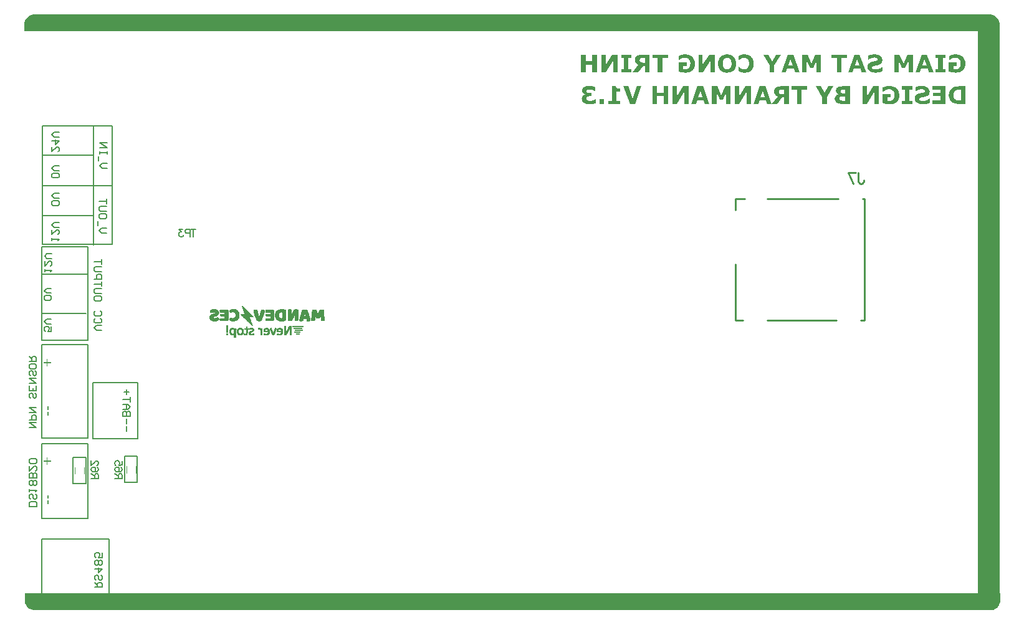
<source format=gbo>
G04*
G04 #@! TF.GenerationSoftware,Altium Limited,Altium Designer,18.1.6 (161)*
G04*
G04 Layer_Color=32896*
%FSTAX24Y24*%
%MOIN*%
G70*
G01*
G75*
%ADD10C,0.0100*%
%ADD11C,0.0098*%
%ADD17C,0.0050*%
%ADD20C,0.0079*%
%ADD22C,0.0040*%
%ADD203C,0.0010*%
G36*
X062352Y05017D02*
X062446Y050131D01*
X062531Y050074D01*
X062604Y050001D01*
X062661Y049916D01*
X0627Y049822D01*
X06272Y049721D01*
Y0493D01*
X06154D01*
X06272Y0493D01*
X06272Y01922D01*
X06274D01*
Y01883D01*
X06274Y01883D01*
X06274D01*
Y018781D01*
X062721Y018684D01*
X062683Y018593D01*
X062628Y018511D01*
X062559Y018442D01*
X062477Y018387D01*
X062386Y018349D01*
X062289Y01833D01*
X011049D01*
X010948Y01835D01*
X010854Y018389D01*
X010769Y018446D01*
X010696Y018519D01*
X010639Y018604D01*
X0106Y018698D01*
X01058Y018799D01*
Y01922D01*
X06154D01*
Y0493D01*
X01056D01*
Y04969D01*
X01056Y04969D01*
X01056Y04969D01*
Y049739D01*
X010579Y049836D01*
X010617Y049927D01*
X010672Y050009D01*
X010741Y050078D01*
X010823Y050133D01*
X010914Y050171D01*
X011011Y05019D01*
X062251D01*
X062352Y05017D01*
D02*
G37*
G36*
X040797Y046368D02*
X040831Y046367D01*
X040861Y046364D01*
X040889Y04636D01*
X040911Y046355D01*
X040921Y046354D01*
X040929Y046352D01*
X040936Y046351D01*
X04094D01*
X040943Y046349D01*
X040945D01*
X040977Y046342D01*
X041004Y046335D01*
X041028Y046329D01*
X041048Y046323D01*
X041064Y046317D01*
X041076Y046313D01*
X041082Y046311D01*
X041085Y04631D01*
Y046106D01*
X041061D01*
X041036Y046119D01*
X041013Y046131D01*
X040991Y046141D01*
X040969Y04615D01*
X040952Y046155D01*
X040939Y04616D01*
X04093Y046163D01*
X040929Y046164D01*
X040927D01*
X040901Y046171D01*
X040877Y046176D01*
X040856Y04618D01*
X040835Y046182D01*
X040819Y046183D01*
X040808Y046185D01*
X040778D01*
X040759Y046183D01*
X040752Y046182D01*
X040746D01*
X040742Y04618D01*
X04074D01*
X040717Y046176D01*
X040707Y046174D01*
X040698Y046171D01*
X040692Y046169D01*
X040686Y046167D01*
X040684Y046166D01*
X040682D01*
X040666Y046157D01*
X040654Y046148D01*
X040647Y046141D01*
X040644Y046139D01*
Y046138D01*
X040635Y046123D01*
X040631Y046109D01*
X04063Y046103D01*
Y046097D01*
Y046094D01*
Y046093D01*
Y04608D01*
X040633Y046068D01*
X040634Y046058D01*
X040637Y046049D01*
X04064Y046043D01*
X040641Y046039D01*
X040644Y046036D01*
Y046034D01*
X040657Y046021D01*
X04067Y046013D01*
X040676Y046008D01*
X040682Y046005D01*
X040685Y046004D01*
X040686D01*
X040707Y045997D01*
X040729Y045992D01*
X040738Y045991D01*
X040745Y045989D01*
X040751D01*
X04078Y045988D01*
X040794D01*
X040809Y045986D01*
X040892Y045986D01*
Y045819D01*
X040786Y045819D01*
X040775Y045817D01*
X040759D01*
X040743Y045816D01*
X040729Y045814D01*
X040717Y045813D01*
X040705Y045811D01*
X040697Y045808D01*
X040691Y045807D01*
X040686Y045806D01*
X040685D01*
X040665Y045797D01*
X040649Y045787D01*
X040643Y045781D01*
X040638Y045778D01*
X040637Y045775D01*
X040635Y045773D01*
X040628Y045765D01*
X040624Y045754D01*
X040618Y045734D01*
X040617Y045725D01*
X040615Y045718D01*
Y045712D01*
Y045711D01*
Y045695D01*
X040618Y045682D01*
X040619Y045671D01*
X040622Y045661D01*
X040625Y045654D01*
X040627Y04565D01*
X04063Y045647D01*
Y045645D01*
X040641Y045631D01*
X040654Y045617D01*
X040663Y04561D01*
X040666Y045609D01*
X040668Y045607D01*
X040691Y045594D01*
X040714Y045587D01*
X040724Y045584D01*
X040733Y045582D01*
X040739Y045581D01*
X04074D01*
X040771Y045578D01*
X040784Y045577D01*
X040796D01*
X040806Y045575D01*
X040819D01*
X040842Y045577D01*
X040867Y04558D01*
X040891Y045582D01*
X040912Y045587D01*
X04093Y045591D01*
X040945Y045596D01*
X04095Y045597D01*
X040955D01*
X040956Y045598D01*
X040958D01*
X040985Y045609D01*
X04101Y045617D01*
X041032Y045628D01*
X041051Y045636D01*
X041067Y045645D01*
X041079Y045651D01*
X041086Y045655D01*
X041089Y045657D01*
X041112D01*
Y045448D01*
X041092Y045441D01*
X041068Y045432D01*
X041047Y045426D01*
X041025Y045421D01*
X041006Y045416D01*
X04099Y045412D01*
X040984Y04541D01*
X04098D01*
X040978Y045409D01*
X040977D01*
X040943Y045403D01*
X04091Y045399D01*
X040876Y045394D01*
X040844Y045393D01*
X040816Y045391D01*
X040805Y04539D01*
X040775D01*
X040739Y045391D01*
X040705Y045393D01*
X040676Y045396D01*
X04065Y0454D01*
X04063Y045405D01*
X040615Y045407D01*
X040609Y045409D01*
X040605D01*
X040603Y04541D01*
X040602D01*
X040576Y045419D01*
X040551Y045429D01*
X04053Y04544D01*
X040512Y04545D01*
X040497Y045459D01*
X040485Y045466D01*
X040479Y04547D01*
X040477Y045472D01*
X040458Y045488D01*
X040442Y045504D01*
X040427Y045521D01*
X040417Y045536D01*
X040408Y045549D01*
X040401Y045561D01*
X040398Y045566D01*
X040396Y045569D01*
X040388Y045591D01*
X04038Y045613D01*
X040376Y045635D01*
X040372Y045654D01*
X04037Y04567D01*
X040369Y045683D01*
Y045692D01*
Y045695D01*
X04037Y045715D01*
X040372Y045734D01*
X040374Y04575D01*
X040377Y045763D01*
X040382Y045773D01*
X040385Y045782D01*
X040386Y045787D01*
X040388Y045788D01*
X040404Y045813D01*
X040411Y045824D01*
X04042Y045833D01*
X040427Y045841D01*
X040431Y045846D01*
X040436Y045849D01*
X040437Y045851D01*
X040459Y045867D01*
X040481Y045878D01*
X04049Y045883D01*
X040497Y045886D01*
X040501Y045889D01*
X040503D01*
X040529Y045897D01*
X040541Y0459D01*
X040551Y045902D01*
X04056Y045905D01*
X040565D01*
X04057Y045906D01*
X040571D01*
Y045916D01*
X040542Y045924D01*
X040517Y045935D01*
X040496Y045948D01*
X040477Y045962D01*
X040462Y045973D01*
X040452Y045983D01*
X040444Y045991D01*
X040443Y045994D01*
X040427Y046018D01*
X040414Y046042D01*
X040405Y046065D01*
X040399Y046087D01*
X040396Y046106D01*
X040393Y04612D01*
Y046126D01*
Y046131D01*
Y046132D01*
Y046134D01*
X040395Y046155D01*
X040398Y046174D01*
X040402Y046193D01*
X040407Y046208D01*
X040411Y04622D01*
X040415Y04623D01*
X040418Y046236D01*
X04042Y046237D01*
X04043Y046253D01*
X040442Y046268D01*
X040455Y046281D01*
X040468Y046291D01*
X040479Y0463D01*
X040488Y046307D01*
X040494Y046311D01*
X040497Y046313D01*
X040514Y046322D01*
X040532Y04633D01*
X040551Y046336D01*
X040568Y046342D01*
X040584Y046348D01*
X040596Y046351D01*
X040605Y046354D01*
X040608D01*
X040634Y04636D01*
X04066Y046362D01*
X040686Y046365D01*
X040711Y046368D01*
X040732D01*
X040749Y04637D01*
X040764D01*
X040797Y046368D01*
D02*
G37*
G36*
X044989Y045409D02*
X044746D01*
Y045824D01*
X044387D01*
Y045409D01*
X044143D01*
Y046351D01*
X044387D01*
Y046007D01*
X044746D01*
Y046351D01*
X044989D01*
Y045409D01*
D02*
G37*
G36*
X053482Y045762D02*
Y045409D01*
X053238D01*
Y045772D01*
X052891Y046351D01*
X05316D01*
X053355Y045986D01*
X053558Y046351D01*
X053835D01*
X053482Y045762D01*
D02*
G37*
G36*
X048322Y045409D02*
X048093D01*
Y046039D01*
X04792Y045631D01*
X047751D01*
X047576Y046039D01*
Y045409D01*
X047332D01*
Y046351D01*
X047616D01*
X047828Y045878D01*
X048041Y046351D01*
X048322D01*
Y045409D01*
D02*
G37*
G36*
X056249Y045409D02*
X056026D01*
Y046055D01*
X055625Y045409D01*
X05539D01*
Y046351D01*
X055613D01*
Y04581D01*
X055959Y046351D01*
X056249D01*
Y045409D01*
D02*
G37*
G36*
X04942Y045409D02*
X049197D01*
Y046055D01*
X048796Y045409D01*
X048561D01*
Y046351D01*
X048784D01*
Y04581D01*
X04913Y046351D01*
X04942D01*
Y045409D01*
D02*
G37*
G36*
X046087Y045409D02*
X045864D01*
Y046055D01*
X045463Y045409D01*
X045228D01*
Y046351D01*
X045451D01*
Y04581D01*
X045797Y046351D01*
X046087D01*
Y045409D01*
D02*
G37*
G36*
X043222D02*
X042951D01*
X042605Y046351D01*
X042855D01*
X043083Y045686D01*
X043312Y046351D01*
X043566D01*
X043222Y045409D01*
D02*
G37*
G36*
X05688Y046368D02*
X056921Y046364D01*
X056962Y046357D01*
X056999Y046349D01*
X057032Y046338D01*
X057064Y046327D01*
X057092Y046314D01*
X057118Y046303D01*
X057141Y04629D01*
X05716Y046276D01*
X057178Y046266D01*
X057193Y046256D01*
X057203Y046247D01*
X057211Y04624D01*
X057216Y046236D01*
X057217Y046234D01*
X057242Y046208D01*
X057263Y04618D01*
X057281Y046153D01*
X057296Y046122D01*
X057309Y046093D01*
X057321Y046064D01*
X05733Y046034D01*
X057337Y046008D01*
X057343Y045982D01*
X057347Y045957D01*
X05735Y045937D01*
X057351Y045918D01*
X057353Y045902D01*
X057354Y045892D01*
Y045884D01*
Y045881D01*
X057353Y045839D01*
X057349Y0458D01*
X057341Y045762D01*
X057332Y045728D01*
X057322Y045695D01*
X057312Y045666D01*
X057299Y045639D01*
X057286Y045615D01*
X057274Y045593D01*
X057261Y045574D01*
X057251Y045558D01*
X057239Y045545D01*
X057232Y045533D01*
X057225Y045526D01*
X05722Y045521D01*
X057219Y04552D01*
X057193Y045496D01*
X057163Y045477D01*
X057134Y04546D01*
X057102Y045445D01*
X057071Y045432D01*
X057039Y045422D01*
X057009Y045413D01*
X05698Y045406D01*
X056952Y0454D01*
X056926Y045397D01*
X056902Y045394D01*
X056882Y045391D01*
X056866D01*
X056853Y04539D01*
X056843D01*
X056803Y045391D01*
X056767Y045394D01*
X056732Y045397D01*
X0567Y045402D01*
X056687Y045405D01*
X056673Y045406D01*
X056663Y045407D01*
X056653Y04541D01*
X056646Y045412D01*
X05664D01*
X056637Y045413D01*
X056636D01*
X056598Y045422D01*
X056564Y045432D01*
X056536Y04544D01*
X056512Y045447D01*
X056493Y045454D01*
X056478Y045459D01*
X056469Y045461D01*
X056466Y045463D01*
Y045928D01*
X056901D01*
Y04575D01*
X056713D01*
Y045565D01*
X056724Y045564D01*
X056776D01*
X056805Y045565D01*
X056832Y045566D01*
X056859Y045571D01*
X056882Y045577D01*
X056904Y045582D01*
X056924Y04559D01*
X056942Y045597D01*
X056959Y045604D01*
X056972Y045612D01*
X056985Y045619D01*
X056996Y045626D01*
X057004Y045632D01*
X057012Y045638D01*
X057016Y045642D01*
X057019Y045644D01*
X05702Y045645D01*
X057035Y045661D01*
X057047Y045679D01*
X057058Y045698D01*
X057067Y045718D01*
X057082Y045757D01*
X057092Y045795D01*
X057095Y045814D01*
X057098Y04583D01*
X057099Y045845D01*
X057101Y045858D01*
X057102Y04587D01*
Y045877D01*
Y045883D01*
Y045884D01*
X057101Y045912D01*
X057099Y045937D01*
X057095Y04596D01*
X05709Y04598D01*
X057088Y045997D01*
X057083Y046008D01*
X057082Y046015D01*
X05708Y046018D01*
X057071Y04604D01*
X05706Y046059D01*
X05705Y046075D01*
X057039Y04609D01*
X057031Y046101D01*
X057023Y046109D01*
X057019Y046115D01*
X057018Y046116D01*
X057002Y046131D01*
X056985Y046142D01*
X056969Y046153D01*
X056955Y04616D01*
X056942Y046166D01*
X056932Y046171D01*
X056926Y046173D01*
X056923Y046174D01*
X056902Y04618D01*
X056882Y046186D01*
X056863Y046189D01*
X056844Y04619D01*
X056829Y046192D01*
X056816Y046193D01*
X056786D01*
X056767Y04619D01*
X056749Y046189D01*
X056733Y046186D01*
X05672Y046183D01*
X056711Y046182D01*
X056704Y046179D01*
X056703D01*
X056685Y046173D01*
X056668Y046167D01*
X056653Y046161D01*
X056641Y046155D01*
X056631Y046151D01*
X056622Y046147D01*
X056618Y046145D01*
X056617Y046144D01*
X056593Y046129D01*
X056582Y046123D01*
X056571Y046116D01*
X056563Y04611D01*
X056557Y046106D01*
X056552Y046103D01*
X056551Y046101D01*
X056539Y046093D01*
X056528Y046085D01*
X056519Y04608D01*
X056512Y046075D01*
X056506Y046071D01*
X056501Y046068D01*
X0565Y046065D01*
X056471D01*
Y046285D01*
X056509Y046303D01*
X056544Y046317D01*
X056576Y046329D01*
X056603Y046338D01*
X056627Y046344D01*
X056636Y046346D01*
X056644Y046349D01*
X05665Y046351D01*
X056655D01*
X056657Y046352D01*
X056659D01*
X056691Y046358D01*
X056722Y046362D01*
X056751Y046365D01*
X056778Y046368D01*
X056802D01*
X056811Y04637D01*
X056835D01*
X05688Y046368D01*
D02*
G37*
G36*
X06089Y045409D02*
X060559D01*
X060518Y04541D01*
X06048Y045412D01*
X060447Y045415D01*
X060419Y045418D01*
X060406Y045419D01*
X060396Y045421D01*
X060386D01*
X060378Y045422D01*
X060372Y045424D01*
X060368Y045425D01*
X060364D01*
X060333Y045432D01*
X060305Y045441D01*
X060279Y045451D01*
X060257Y04546D01*
X060238Y045469D01*
X060224Y045476D01*
X060215Y045482D01*
X060213Y045483D01*
X060212D01*
X060178Y045507D01*
X060149Y045531D01*
X060123Y045558D01*
X060101Y045584D01*
X060084Y045607D01*
X060076Y045616D01*
X060071Y045625D01*
X060066Y045632D01*
X060063Y045638D01*
X06006Y045641D01*
Y045642D01*
X06004Y045683D01*
X060025Y045724D01*
X060014Y045763D01*
X060006Y0458D01*
X060004Y045816D01*
X060002Y045832D01*
X060001Y045845D01*
Y045857D01*
X059999Y045865D01*
Y045873D01*
Y045877D01*
Y045878D01*
X060002Y045928D01*
X060008Y045973D01*
X060017Y046014D01*
X060022Y046032D01*
X060027Y046049D01*
X060033Y046064D01*
X060039Y046077D01*
X060043Y046088D01*
X060047Y046099D01*
X06005Y046106D01*
X060053Y046112D01*
X060056Y046115D01*
Y046116D01*
X060078Y046153D01*
X060103Y046183D01*
X060129Y046211D01*
X060154Y046234D01*
X060176Y046252D01*
X060184Y046259D01*
X060193Y046266D01*
X0602Y046271D01*
X060205Y046274D01*
X060208Y046276D01*
X060209D01*
X060231Y04629D01*
X060256Y0463D01*
X060279Y046309D01*
X060301Y046317D01*
X060321Y046323D01*
X060336Y046327D01*
X060342Y046329D01*
X060346D01*
X060349Y04633D01*
X060351D01*
X060383Y046338D01*
X060416Y046342D01*
X06045Y046346D01*
X06048Y046348D01*
X060508Y046349D01*
X06052Y046351D01*
X06089D01*
Y045409D01*
D02*
G37*
G36*
X059814D02*
X059132D01*
Y045591D01*
X059571D01*
Y045824D01*
X059164D01*
Y046007D01*
X059571D01*
Y046169D01*
X059132D01*
Y046351D01*
X059814D01*
Y045409D01*
D02*
G37*
G36*
X05805Y046183D02*
X057895Y046183D01*
Y045577D01*
X05805Y045577D01*
Y045409D01*
X057497Y045409D01*
Y045577D01*
X057652D01*
Y046183D01*
X057497D01*
Y046351D01*
X05805Y046351D01*
Y046183D01*
D02*
G37*
G36*
X054708Y045409D02*
X054297D01*
X05426Y04541D01*
X054227Y045412D01*
X054199Y045415D01*
X054174Y045418D01*
X054154Y045421D01*
X054139Y045424D01*
X054135Y045425D01*
X054131Y045426D01*
X054128D01*
X054103Y045434D01*
X05408Y045442D01*
X054059Y045453D01*
X054042Y045463D01*
X054026Y045472D01*
X054016Y045477D01*
X054008Y045483D01*
X054005Y045485D01*
X053988Y045499D01*
X053973Y045514D01*
X05396Y045529D01*
X05395Y045543D01*
X053941Y045555D01*
X053934Y045565D01*
X053931Y045571D01*
X05393Y045574D01*
X053921Y045594D01*
X053913Y045616D01*
X053909Y045636D01*
X053905Y045655D01*
X053903Y045671D01*
X053902Y045685D01*
Y045693D01*
Y045695D01*
Y045696D01*
X053905Y04573D01*
X053911Y04576D01*
X053919Y045787D01*
X05393Y045807D01*
X05394Y045824D01*
X053948Y045838D01*
X053954Y045845D01*
X053957Y045848D01*
X053979Y045868D01*
X054002Y045884D01*
X054027Y045897D01*
X054051Y045908D01*
X054071Y045915D01*
X054088Y045921D01*
X054094Y045922D01*
X054099D01*
X054102Y045924D01*
X054103D01*
Y045929D01*
X05408Y045941D01*
X054059Y045954D01*
X054042Y045969D01*
X054027Y045982D01*
X054016Y045994D01*
X054008Y046002D01*
X054002Y046008D01*
X054001Y046011D01*
X053989Y046032D01*
X053981Y046052D01*
X053973Y046072D01*
X053969Y046091D01*
X053966Y046107D01*
X053965Y046119D01*
Y046128D01*
Y046131D01*
X053966Y046153D01*
X053969Y046173D01*
X053973Y04619D01*
X053978Y046205D01*
X053983Y046218D01*
X053988Y046228D01*
X053991Y046234D01*
X053992Y046236D01*
X054002Y046252D01*
X054016Y046266D01*
X054029Y046279D01*
X054042Y04629D01*
X054053Y046298D01*
X054062Y046304D01*
X054068Y046307D01*
X054071Y046309D01*
X05409Y046317D01*
X054109Y046325D01*
X054128Y04633D01*
X054142Y046335D01*
X054157Y046339D01*
X054167Y046341D01*
X054173Y046342D01*
X054176D01*
X054186Y046344D01*
X054198Y046345D01*
X054224Y046348D01*
X054252Y046349D01*
X054279D01*
X054304Y046351D01*
X054708D01*
Y045409D01*
D02*
G37*
G36*
X052416Y046169D02*
X052122Y046169D01*
Y045409D01*
X051878D01*
Y046169D01*
X051584D01*
Y046351D01*
X052416Y046351D01*
Y046169D01*
D02*
G37*
G36*
X051439Y045409D02*
X051196D01*
Y045754D01*
X051086D01*
X05083Y045409D01*
X050531D01*
X050846Y045811D01*
X050814Y045829D01*
X050788Y045846D01*
X050763Y045865D01*
X050744Y045883D01*
X050729Y045897D01*
X050718Y045911D01*
X050712Y045918D01*
X050709Y045921D01*
X050693Y045947D01*
X05068Y045976D01*
X050671Y046004D01*
X050665Y046032D01*
X050662Y046055D01*
X050661Y046065D01*
X050659Y046074D01*
Y046081D01*
Y046087D01*
Y04609D01*
Y046091D01*
X050661Y046119D01*
X050664Y046142D01*
X050669Y046164D01*
X050675Y046183D01*
X050681Y046198D01*
X050687Y046208D01*
X05069Y046214D01*
X050691Y046217D01*
X050703Y046236D01*
X050718Y046252D01*
X050732Y046265D01*
X050745Y046278D01*
X050757Y046287D01*
X050767Y046294D01*
X050773Y046298D01*
X050776Y0463D01*
X050796Y04631D01*
X050815Y046319D01*
X050834Y046326D01*
X050852Y046332D01*
X050868Y046336D01*
X050879Y046339D01*
X050887Y046341D01*
X05089D01*
X050913Y046344D01*
X050938Y046346D01*
X050961Y046348D01*
X050983Y046349D01*
X051003Y046351D01*
X051439D01*
Y045409D01*
D02*
G37*
G36*
X050531D02*
X050286D01*
X05022Y045598D01*
X049873D01*
X049808Y045409D01*
X049554D01*
X049903Y046351D01*
X050184D01*
X050531Y045409D01*
D02*
G37*
G36*
X047198D02*
X046953D01*
X046887Y045598D01*
X04654Y045598D01*
X046475Y045409D01*
X046221D01*
X04657Y046351D01*
X046851Y046351D01*
X047198Y045409D01*
D02*
G37*
G36*
X042198Y046339D02*
X042201Y046327D01*
X042204Y046316D01*
X042209Y046307D01*
X042212Y0463D01*
X042214Y046294D01*
X042216Y046291D01*
X042217Y04629D01*
X042225Y046281D01*
X042232Y046272D01*
X042248Y04626D01*
X042254Y046255D01*
X04226Y046252D01*
X042264Y04625D01*
X042266Y046249D01*
X042287Y04624D01*
X042311Y046234D01*
X042321Y046233D01*
X042328Y046231D01*
X042334Y04623D01*
X042335D01*
X042366Y046227D01*
X042381D01*
X042394Y046225D01*
X042422D01*
Y046072D01*
X042223D01*
Y045574D01*
X042422D01*
Y045409D01*
X041793D01*
Y045574D01*
X041987D01*
Y046354D01*
X042197D01*
X042198Y046339D01*
D02*
G37*
G36*
X041554Y045409D02*
X041318D01*
Y045658D01*
X041554D01*
Y045409D01*
D02*
G37*
G36*
X058586Y046368D02*
X05862Y046367D01*
X058651Y046362D01*
X05868Y046357D01*
X058706Y046351D01*
X058731Y046344D01*
X058754Y046335D01*
X058774Y046327D01*
X058793Y04632D01*
X058811Y046311D01*
X058824Y046304D01*
X058836Y046298D01*
X058846Y046293D01*
X058852Y04629D01*
X058856Y046287D01*
X058858Y046285D01*
X058878Y046269D01*
X058895Y046252D01*
X058911Y046234D01*
X058925Y046217D01*
X058936Y046199D01*
X058945Y04618D01*
X058954Y046164D01*
X05896Y046147D01*
X058964Y046131D01*
X058968Y046118D01*
X058971Y046104D01*
X058973Y046093D01*
Y046084D01*
X058974Y046077D01*
Y046072D01*
Y046071D01*
X058971Y046036D01*
X058965Y046004D01*
X058958Y045975D01*
X058948Y045951D01*
X058939Y045931D01*
X05893Y045916D01*
X058928Y045912D01*
X058925Y045908D01*
X058923Y045906D01*
Y045905D01*
X058913Y045893D01*
X058901Y045881D01*
X058874Y045861D01*
X058846Y045843D01*
X058817Y045829D01*
X058792Y045817D01*
X05878Y045811D01*
X05877Y045808D01*
X058763Y045806D01*
X058757Y045803D01*
X058753Y045801D01*
X058751D01*
X058712Y045789D01*
X058693Y045784D01*
X058675Y045781D01*
X058662Y045776D01*
X058651Y045773D01*
X058643Y045772D01*
X05864D01*
X058618Y045768D01*
X058597Y045765D01*
X058578Y04576D01*
X058562Y045756D01*
X058547Y045753D01*
X058535Y045752D01*
X05853Y045749D01*
X058527D01*
X058509Y045744D01*
X058493Y045738D01*
X058481Y045733D01*
X05847Y045727D01*
X058461Y045722D01*
X058455Y045718D01*
X058452Y045715D01*
X058451Y045714D01*
X058442Y045705D01*
X058435Y045696D01*
X05843Y045687D01*
X058426Y045679D01*
X058425Y045671D01*
X058423Y045667D01*
Y045663D01*
Y045661D01*
X058425Y04565D01*
X058426Y045639D01*
X058429Y045631D01*
X058432Y045623D01*
X058436Y045617D01*
X058439Y045613D01*
X058441Y045612D01*
X058442Y04561D01*
X058457Y045598D01*
X058471Y04559D01*
X058477Y045585D01*
X058483Y045582D01*
X058486Y045581D01*
X058487D01*
X058506Y045575D01*
X058525Y045571D01*
X058534Y045569D01*
X058541D01*
X058546Y045568D01*
X058547D01*
X05856Y045566D01*
X058582D01*
X058589Y045565D01*
X058605D01*
X058637Y045566D01*
X058669Y045569D01*
X0587Y045575D01*
X058728Y045581D01*
X058751Y045587D01*
X05876Y04559D01*
X058769Y045593D01*
X058776Y045594D01*
X05878Y045596D01*
X058783Y045597D01*
X058785D01*
X058818Y04561D01*
X05885Y045625D01*
X058879Y045641D01*
X058904Y045655D01*
X058925Y04567D01*
X058941Y04568D01*
X058946Y045685D01*
X058951Y045687D01*
X058952Y04569D01*
X05898D01*
Y045463D01*
X058923Y045442D01*
X058895Y045434D01*
X058871Y045426D01*
X058849Y045421D01*
X058833Y045416D01*
X058827Y045413D01*
X058823D01*
X05882Y045412D01*
X058818D01*
X058785Y045405D01*
X05875Y0454D01*
X058715Y045396D01*
X058683Y045394D01*
X058655Y045393D01*
X058643Y045391D01*
X058614D01*
X058578Y045393D01*
X058543Y045396D01*
X058509Y045399D01*
X058478Y045405D01*
X058449Y045412D01*
X058423Y045419D01*
X0584Y045426D01*
X058378Y045435D01*
X058359Y045442D01*
X058341Y04545D01*
X058327Y045457D01*
X058315Y045464D01*
X058305Y04547D01*
X058299Y045473D01*
X058295Y045476D01*
X058293Y045477D01*
X058273Y045495D01*
X058254Y045512D01*
X058238Y045531D01*
X058225Y04555D01*
X058213Y045569D01*
X058203Y045588D01*
X058196Y045606D01*
X058188Y045625D01*
X058184Y045641D01*
X05818Y045655D01*
X058177Y04567D01*
X058175Y045682D01*
Y045692D01*
X058174Y045699D01*
Y045703D01*
Y045705D01*
X058177Y04574D01*
X058182Y045771D01*
X05819Y045798D01*
X0582Y045822D01*
X05821Y045839D01*
X058217Y045852D01*
X058223Y045861D01*
X058226Y045864D01*
X058248Y045886D01*
X058273Y045905D01*
X058299Y045921D01*
X058325Y045935D01*
X058349Y045946D01*
X05836Y04595D01*
X058369Y045954D01*
X058376Y045957D01*
X058382Y045959D01*
X058385Y04596D01*
X058387D01*
X058407Y045966D01*
X058426Y045972D01*
X058443Y045976D01*
X05846Y04598D01*
X058473Y045983D01*
X058481Y045986D01*
X058487Y045988D01*
X05849D01*
X058525Y045995D01*
X058543Y045999D01*
X058557Y046002D01*
X05857Y046005D01*
X058581Y046008D01*
X058586Y04601D01*
X058589D01*
X058617Y046015D01*
X058639Y046021D01*
X058658Y046027D01*
X058672Y046033D01*
X058684Y046037D01*
X058691Y046042D01*
X058696Y046043D01*
X058697Y046045D01*
X058706Y046053D01*
X058713Y046062D01*
X058718Y046072D01*
X058722Y046081D01*
X058723Y04609D01*
X058725Y046097D01*
Y046101D01*
Y046103D01*
X058723Y046112D01*
X058722Y04612D01*
X058716Y046134D01*
X058713Y046139D01*
X05871Y046144D01*
X058707Y046145D01*
Y046147D01*
X058693Y04616D01*
X05868Y046169D01*
X058674Y046171D01*
X058669Y046174D01*
X058667Y046176D01*
X058665D01*
X058645Y046183D01*
X058626Y046189D01*
X058618Y04619D01*
X058613D01*
X05861Y046192D01*
X058608D01*
X058586Y046195D01*
X058566Y046196D01*
X058547D01*
X058515Y046195D01*
X058484Y046192D01*
X058455Y046186D01*
X05843Y046182D01*
X058408Y046176D01*
X0584Y046173D01*
X058392Y04617D01*
X058387Y046169D01*
X058382Y046167D01*
X058379Y046166D01*
X058378D01*
X058347Y046154D01*
X058321Y046141D01*
X058298Y046128D01*
X058277Y046116D01*
X05826Y046106D01*
X058248Y046097D01*
X058241Y046091D01*
X058238Y04609D01*
X058212D01*
Y046306D01*
X058238Y046316D01*
X058264Y046325D01*
X058292Y046332D01*
X058317Y046339D01*
X058338Y046344D01*
X058347Y046346D01*
X058355Y046348D01*
X058362Y046349D01*
X058366D01*
X058369Y046351D01*
X058371D01*
X058404Y046357D01*
X058438Y046362D01*
X058468Y046365D01*
X058496Y046367D01*
X058519Y046368D01*
X058528Y04637D01*
X058553D01*
X058586Y046368D01*
D02*
G37*
G36*
X041178Y047099D02*
X040934D01*
Y047514D01*
X040576Y047514D01*
Y047099D01*
X040332D01*
Y048041D01*
X040576D01*
Y047697D01*
X040934Y047697D01*
Y048041D01*
X041178D01*
Y047099D01*
D02*
G37*
G36*
X050671Y047452D02*
Y047099D01*
X050427D01*
Y047462D01*
X05008Y048041D01*
X050349D01*
X050544Y047676D01*
X050747Y048041D01*
X051024D01*
X050671Y047452D01*
D02*
G37*
G36*
X058072Y047099D02*
X057843Y047099D01*
Y047729D01*
X057669Y047321D01*
X0575D01*
X057325Y047729D01*
Y047099D01*
X057082D01*
Y048041D01*
X057366D01*
X057577Y047568D01*
X05779Y048041D01*
X058072Y048041D01*
Y047099D01*
D02*
G37*
G36*
X053145Y047099D02*
X052916D01*
Y047729D01*
X052743Y047321D01*
X052574D01*
X052399Y047729D01*
Y047099D01*
X052155Y047099D01*
Y048041D01*
X052439Y048041D01*
X052651Y047568D01*
X052864Y048041D01*
X053145D01*
Y047099D01*
D02*
G37*
G36*
X047472Y047099D02*
X047249D01*
Y047745D01*
X046848Y047099D01*
X046613D01*
Y048041D01*
X046836D01*
Y0475D01*
X047182Y048041D01*
X047472D01*
Y047099D01*
D02*
G37*
G36*
X042276Y047099D02*
X042053D01*
Y047745D01*
X041652Y047099D01*
X041417D01*
Y048041D01*
X04164D01*
Y0475D01*
X041986Y048041D01*
X042276D01*
Y047099D01*
D02*
G37*
G36*
X049125Y048058D02*
X049162Y048054D01*
X049195Y048048D01*
X049225Y048042D01*
X049238Y048039D01*
X049249Y048036D01*
X04926Y048034D01*
X049268Y048031D01*
X049276Y048028D01*
X04928Y048026D01*
X049283Y048025D01*
X049284D01*
X049316Y048012D01*
X049346Y047996D01*
X049372Y04798D01*
X049394Y047964D01*
X049411Y04795D01*
X049424Y047939D01*
X049433Y047931D01*
X049434Y04793D01*
X049436Y047929D01*
X049458Y047902D01*
X049478Y047876D01*
X049496Y04785D01*
X049509Y047825D01*
X049519Y047803D01*
X049523Y047794D01*
X049528Y047787D01*
X049531Y04778D01*
X049532Y047775D01*
X049534Y047773D01*
Y047771D01*
X049544Y047736D01*
X049553Y047701D01*
X049558Y047668D01*
X049561Y047635D01*
X049564Y047609D01*
Y047598D01*
X049566Y047587D01*
Y04758D01*
Y047573D01*
Y04757D01*
Y047568D01*
X049564Y047525D01*
X04956Y047484D01*
X049554Y047447D01*
X049548Y047417D01*
X049545Y047404D01*
X049542Y047391D01*
X049539Y04738D01*
X049537Y047372D01*
X049534Y047364D01*
X049532Y04736D01*
X049531Y047357D01*
Y047356D01*
X049516Y047322D01*
X0495Y047293D01*
X049484Y047267D01*
X049468Y047245D01*
X049455Y047227D01*
X049443Y047214D01*
X049436Y047205D01*
X049433Y047204D01*
Y047202D01*
X049408Y047181D01*
X049382Y047162D01*
X049356Y047147D01*
X049332Y047134D01*
X049312Y047124D01*
X049295Y047116D01*
X049289Y047114D01*
X049284Y047112D01*
X049281Y047111D01*
X04928D01*
X049246Y0471D01*
X049211Y047093D01*
X049179Y047087D01*
X04915Y047084D01*
X049124Y047081D01*
X049114D01*
X049104Y04708D01*
X049061D01*
X049038Y047081D01*
X049019Y047083D01*
X049004Y047084D01*
X048991D01*
X048983Y047086D01*
X048977Y047087D01*
X048975D01*
X048945Y047093D01*
X04893Y047096D01*
X048915Y047099D01*
X048905Y047102D01*
X048895Y047105D01*
X048889Y047106D01*
X048888D01*
X048863Y047114D01*
X048851Y047118D01*
X048841Y047122D01*
X048832Y047125D01*
X048827Y047128D01*
X048822Y04713D01*
X048821D01*
X048796Y047141D01*
X048784Y047146D01*
X048774Y04715D01*
X048765Y047154D01*
X048758Y047157D01*
X048754Y04716D01*
X048752D01*
Y047386D01*
X048778D01*
X048793Y047373D01*
X048806Y047361D01*
X048813Y047357D01*
X048818Y047353D01*
X048821Y047351D01*
X048822Y04735D01*
X048843Y047335D01*
X04886Y047322D01*
X048867Y047318D01*
X048873Y047313D01*
X048878Y047312D01*
X048879Y04731D01*
X048907Y047296D01*
X04892Y04729D01*
X048933Y047284D01*
X048943Y047281D01*
X048952Y047278D01*
X048958Y047275D01*
X048959D01*
X048991Y047268D01*
X049006Y047265D01*
X049019Y047264D01*
X049031D01*
X049039Y047262D01*
X049047D01*
X049082Y047265D01*
X049098Y047267D01*
X049111Y04727D01*
X049124Y047272D01*
X049133Y047274D01*
X049139Y047277D01*
X049141D01*
X049159Y047283D01*
X049175Y047291D01*
X049188Y047299D01*
X049201Y047307D01*
X049211Y047315D01*
X049219Y047321D01*
X049225Y047325D01*
X049226Y047326D01*
X049239Y04734D01*
X049252Y047356D01*
X049262Y04737D01*
X049271Y047386D01*
X049278Y047399D01*
X049284Y04741D01*
X049287Y047417D01*
X049289Y04742D01*
X049297Y047443D01*
X049303Y047468D01*
X049308Y047493D01*
X049311Y047516D01*
X049312Y047536D01*
X049313Y047552D01*
Y047558D01*
Y047563D01*
Y047566D01*
Y047567D01*
X049312Y047598D01*
X049311Y047625D01*
X049306Y04765D01*
X049302Y047672D01*
X049299Y047688D01*
X049295Y047701D01*
X049293Y047708D01*
X049292Y047711D01*
X049283Y047733D01*
X049273Y047752D01*
X049262Y047768D01*
X049252Y047781D01*
X049243Y047793D01*
X049236Y0478D01*
X049232Y047806D01*
X04923Y047808D01*
X049216Y047821D01*
X049201Y047831D01*
X049187Y04784D01*
X049174Y047847D01*
X049162Y047853D01*
X049153Y047857D01*
X049147Y04786D01*
X049146D01*
X049128Y047866D01*
X049111Y04787D01*
X049095Y047873D01*
X049079Y047876D01*
X049067D01*
X049057Y047878D01*
X049048D01*
X049015Y047875D01*
X049Y047873D01*
X048987Y04787D01*
X048977Y047867D01*
X048969Y047866D01*
X048964Y047863D01*
X048962D01*
X048933Y047851D01*
X04892Y047845D01*
X048908Y04784D01*
X048899Y047835D01*
X048892Y047831D01*
X048888Y047829D01*
X048886Y047828D01*
X048863Y047813D01*
X048853Y047806D01*
X048844Y0478D01*
X048837Y047794D01*
X048831Y047792D01*
X048828Y047789D01*
X048827Y047787D01*
X048808Y047773D01*
X048793Y047762D01*
X048789Y047758D01*
X048784Y047755D01*
X048783Y047752D01*
X048752D01*
Y047981D01*
X048773Y04799D01*
X048793Y047999D01*
X0488Y048001D01*
X048808Y048004D01*
X048812Y048007D01*
X048813D01*
X04884Y048019D01*
X048853Y048023D01*
X048864Y048028D01*
X048876Y048031D01*
X048883Y048034D01*
X048889Y048035D01*
X048891D01*
X048921Y048042D01*
X048936Y048045D01*
X048949Y048048D01*
X048961Y04805D01*
X048969Y048051D01*
X048975Y048052D01*
X048978D01*
X049015Y048057D01*
X049034Y048058D01*
X04905D01*
X049064Y04806D01*
X049086D01*
X049125Y048058D01*
D02*
G37*
G36*
X060416Y048058D02*
X060457Y048054D01*
X060498Y048047D01*
X060534Y048039D01*
X060568Y048028D01*
X0606Y048017D01*
X060628Y048004D01*
X060654Y047993D01*
X060677Y04798D01*
X060696Y047966D01*
X060714Y047956D01*
X060728Y047946D01*
X060738Y047937D01*
X060747Y04793D01*
X060751Y047926D01*
X060753Y047924D01*
X060778Y047898D01*
X060798Y04787D01*
X060817Y047843D01*
X060832Y047812D01*
X060845Y047783D01*
X060856Y047754D01*
X060865Y047724D01*
X060873Y047698D01*
X060878Y047672D01*
X060883Y047647D01*
X060886Y047627D01*
X060887Y047608D01*
X060889Y047592D01*
X06089Y047582D01*
Y047574D01*
Y047571D01*
X060889Y047529D01*
X060884Y04749D01*
X060877Y047452D01*
X060868Y047418D01*
X060858Y047385D01*
X060848Y047356D01*
X060835Y047329D01*
X060821Y047305D01*
X06081Y047283D01*
X060797Y047264D01*
X060786Y047248D01*
X060775Y047235D01*
X060768Y047223D01*
X06076Y047216D01*
X060756Y047211D01*
X060754Y04721D01*
X060728Y047186D01*
X060699Y047167D01*
X06067Y04715D01*
X060638Y047135D01*
X060607Y047122D01*
X060575Y047112D01*
X060544Y047103D01*
X060515Y047096D01*
X060488Y04709D01*
X060461Y047087D01*
X060438Y047084D01*
X060418Y047081D01*
X060402D01*
X060388Y04708D01*
X060378D01*
X060339Y047081D01*
X060302Y047084D01*
X060267Y047087D01*
X060235Y047092D01*
X060222Y047095D01*
X060209Y047096D01*
X060199Y047098D01*
X060189Y0471D01*
X060181Y047102D01*
X060176D01*
X060173Y047103D01*
X060171D01*
X060133Y047112D01*
X0601Y047122D01*
X060072Y04713D01*
X060047Y047137D01*
X060028Y047144D01*
X060014Y047149D01*
X060005Y047151D01*
X060002Y047153D01*
Y047618D01*
X060437D01*
Y04744D01*
X060248D01*
Y047255D01*
X06026Y047253D01*
X060311D01*
X06034Y047255D01*
X060368Y047256D01*
X060394Y047261D01*
X060418Y047267D01*
X060439Y047272D01*
X06046Y04728D01*
X060477Y047287D01*
X060495Y047294D01*
X060508Y047302D01*
X060521Y047309D01*
X060531Y047316D01*
X06054Y047322D01*
X060547Y047328D01*
X060552Y047332D01*
X060555Y047334D01*
X060556Y047335D01*
X060571Y047351D01*
X060582Y047369D01*
X060594Y047388D01*
X060603Y047408D01*
X060617Y047447D01*
X060628Y047485D01*
X06063Y047504D01*
X060633Y04752D01*
X060635Y047535D01*
X060636Y047548D01*
X060638Y04756D01*
Y047567D01*
Y047573D01*
Y047574D01*
X060636Y047602D01*
X060635Y047627D01*
X06063Y04765D01*
X060626Y04767D01*
X060623Y047687D01*
X060619Y047698D01*
X060617Y047705D01*
X060616Y047708D01*
X060607Y04773D01*
X060595Y047749D01*
X060585Y047765D01*
X060575Y04778D01*
X060566Y047792D01*
X060559Y047799D01*
X060555Y047805D01*
X060553Y047806D01*
X060537Y047821D01*
X060521Y047832D01*
X060505Y047843D01*
X060491Y04785D01*
X060477Y047856D01*
X060467Y047861D01*
X060461Y047863D01*
X060458Y047864D01*
X060438Y04787D01*
X060418Y047876D01*
X060399Y047879D01*
X06038Y04788D01*
X060365Y047882D01*
X060352Y047883D01*
X060321D01*
X060302Y04788D01*
X060285Y047879D01*
X060269Y047876D01*
X060256Y047873D01*
X060247Y047872D01*
X06024Y047869D01*
X060238D01*
X060221Y047863D01*
X060203Y047857D01*
X060189Y047851D01*
X060177Y047845D01*
X060167Y047841D01*
X060158Y047837D01*
X060154Y047835D01*
X060152Y047834D01*
X060129Y047819D01*
X060117Y047813D01*
X060107Y047806D01*
X060098Y0478D01*
X060092Y047796D01*
X060088Y047793D01*
X060087Y047792D01*
X060075Y047783D01*
X060063Y047775D01*
X060055Y04777D01*
X060047Y047765D01*
X060041Y047761D01*
X060037Y047758D01*
X060036Y047755D01*
X060006D01*
Y047975D01*
X060044Y047993D01*
X060079Y048007D01*
X060111Y048019D01*
X060139Y048028D01*
X060162Y048034D01*
X060171Y048036D01*
X06018Y048039D01*
X060186Y048041D01*
X06019D01*
X060193Y048042D01*
X060195D01*
X060227Y048048D01*
X060257Y048052D01*
X060286Y048055D01*
X060314Y048058D01*
X060337D01*
X060346Y04806D01*
X060371D01*
X060416Y048058D01*
D02*
G37*
G36*
X045954Y048058D02*
X045995Y048054D01*
X046036Y048047D01*
X046072Y048039D01*
X046106Y048028D01*
X046138Y048017D01*
X046166Y048004D01*
X046192Y047993D01*
X046215Y04798D01*
X046234Y047966D01*
X046252Y047956D01*
X046266Y047946D01*
X046276Y047937D01*
X046285Y04793D01*
X04629Y047926D01*
X046291Y047924D01*
X046316Y047898D01*
X046336Y04787D01*
X046355Y047843D01*
X04637Y047812D01*
X046383Y047783D01*
X046395Y047754D01*
X046403Y047724D01*
X046411Y047698D01*
X046416Y047672D01*
X046421Y047647D01*
X046424Y047627D01*
X046425Y047608D01*
X046427Y047592D01*
X046428Y047582D01*
Y047574D01*
Y047571D01*
X046427Y047529D01*
X046422Y04749D01*
X046415Y047452D01*
X046406Y047418D01*
X046396Y047385D01*
X046386Y047356D01*
X046373Y047329D01*
X04636Y047305D01*
X046348Y047283D01*
X046335Y047264D01*
X046325Y047248D01*
X046313Y047235D01*
X046306Y047223D01*
X046298Y047216D01*
X046294Y047211D01*
X046293Y04721D01*
X046266Y047186D01*
X046237Y047167D01*
X046208Y04715D01*
X046176Y047135D01*
X046145Y047122D01*
X046113Y047112D01*
X046083Y047103D01*
X046053Y047096D01*
X046026Y04709D01*
X045999Y047087D01*
X045976Y047084D01*
X045956Y047081D01*
X04594D01*
X045927Y04708D01*
X045916D01*
X045877Y047081D01*
X045841Y047084D01*
X045806Y047087D01*
X045773Y047092D01*
X04576Y047095D01*
X045747Y047096D01*
X045737Y047097D01*
X045727Y0471D01*
X04572Y047102D01*
X045714D01*
X045711Y047103D01*
X045709D01*
X045671Y047112D01*
X045638Y047122D01*
X04561Y04713D01*
X045585Y047137D01*
X045566Y047144D01*
X045552Y047149D01*
X045543Y047151D01*
X04554Y047153D01*
Y047618D01*
X045975D01*
Y04744D01*
X045787D01*
Y047255D01*
X045798Y047253D01*
X045849D01*
X045878Y047255D01*
X045906Y047256D01*
X045932Y047261D01*
X045956Y047267D01*
X045978Y047272D01*
X045998Y04728D01*
X046015Y047287D01*
X046033Y047294D01*
X046046Y047302D01*
X046059Y047309D01*
X046069Y047316D01*
X046078Y047322D01*
X046085Y047328D01*
X04609Y047332D01*
X046093Y047334D01*
X046094Y047335D01*
X046109Y047351D01*
X04612Y047369D01*
X046132Y047388D01*
X046141Y047408D01*
X046155Y047447D01*
X046166Y047485D01*
X046169Y047504D01*
X046171Y04752D01*
X046173Y047535D01*
X046174Y047548D01*
X046176Y04756D01*
Y047567D01*
Y047573D01*
Y047574D01*
X046174Y047602D01*
X046173Y047627D01*
X046169Y04765D01*
X046164Y04767D01*
X046161Y047687D01*
X046157Y047698D01*
X046155Y047705D01*
X046154Y047708D01*
X046145Y04773D01*
X046134Y047749D01*
X046123Y047765D01*
X046113Y04778D01*
X046104Y047792D01*
X046097Y047799D01*
X046093Y047805D01*
X046091Y047806D01*
X046075Y047821D01*
X046059Y047832D01*
X046043Y047843D01*
X046029Y04785D01*
X046015Y047856D01*
X046005Y047861D01*
X045999Y047863D01*
X045997Y047864D01*
X045976Y04787D01*
X045956Y047876D01*
X045937Y047879D01*
X045918Y04788D01*
X045903Y047882D01*
X04589Y047883D01*
X045859D01*
X045841Y04788D01*
X045823Y047879D01*
X045807Y047876D01*
X045794Y047873D01*
X045785Y047872D01*
X045778Y047869D01*
X045776D01*
X045759Y047863D01*
X045741Y047857D01*
X045727Y047851D01*
X045715Y047845D01*
X045705Y047841D01*
X045696Y047837D01*
X045692Y047835D01*
X04569Y047834D01*
X045667Y047819D01*
X045655Y047813D01*
X045645Y047806D01*
X045636Y0478D01*
X045631Y047796D01*
X045626Y047793D01*
X045625Y047792D01*
X045613Y047783D01*
X045601Y047775D01*
X045593Y04777D01*
X045585Y047765D01*
X04558Y047761D01*
X045575Y047758D01*
X045574Y047755D01*
X045545D01*
Y047975D01*
X045582Y047993D01*
X045617Y048007D01*
X04565Y048019D01*
X045677Y048028D01*
X045701Y048034D01*
X045709Y048036D01*
X045718Y048039D01*
X045724Y048041D01*
X045728D01*
X045731Y048042D01*
X045733D01*
X045765Y048048D01*
X045795Y048052D01*
X045824Y048055D01*
X045852Y048058D01*
X045876D01*
X045884Y04806D01*
X045909D01*
X045954Y048058D01*
D02*
G37*
G36*
X059827Y047873D02*
X059673D01*
Y047267D01*
X059827D01*
Y047099D01*
X059275D01*
Y047267D01*
X059429D01*
Y047873D01*
X059275D01*
Y048041D01*
X059827D01*
Y047873D01*
D02*
G37*
G36*
X059183Y047099D02*
X058938D01*
X058872Y047288D01*
X058525D01*
X05846Y047099D01*
X058206D01*
X058554Y048041D01*
X058836D01*
X059183Y047099D01*
D02*
G37*
G36*
X055583Y047099D02*
X055338D01*
X055272Y047288D01*
X054925D01*
X05486Y047099D01*
X054606D01*
X054954Y048041D01*
X055236D01*
X055583Y047099D01*
D02*
G37*
G36*
X054565Y047859D02*
X054271D01*
Y047099D01*
X054027D01*
Y047859D01*
X053733D01*
Y048041D01*
X054565D01*
Y047859D01*
D02*
G37*
G36*
X052021Y047099D02*
X051776D01*
X05171Y047288D01*
X051363D01*
X051298Y047099D01*
X051044D01*
X051393Y048041D01*
X051674D01*
X052021Y047099D01*
D02*
G37*
G36*
X044973Y047859D02*
X044679D01*
Y047099D01*
X044435D01*
Y047859D01*
X044141D01*
Y048041D01*
X044973D01*
Y047859D01*
D02*
G37*
G36*
X043996Y047099D02*
X043753D01*
Y047445D01*
X043643D01*
X043387Y047099D01*
X043088D01*
X043403Y047501D01*
X043371Y047519D01*
X043344Y047536D01*
X04332Y047555D01*
X043301Y047573D01*
X043286Y047587D01*
X043274Y0476D01*
X043269Y047608D01*
X043266Y047611D01*
X04325Y047637D01*
X043237Y047666D01*
X043228Y047694D01*
X043222Y047722D01*
X043219Y047745D01*
X043218Y047755D01*
X043216Y047764D01*
Y047771D01*
Y047777D01*
Y04778D01*
Y047781D01*
X043218Y047809D01*
X043221Y047832D01*
X043226Y047854D01*
X043232Y047873D01*
X043238Y047888D01*
X043244Y047898D01*
X043247Y047904D01*
X043248Y047907D01*
X04326Y047926D01*
X043274Y047942D01*
X043289Y047955D01*
X043302Y047968D01*
X043314Y047977D01*
X043324Y047984D01*
X04333Y047988D01*
X043333Y04799D01*
X043353Y048D01*
X043372Y048009D01*
X043391Y048016D01*
X043409Y048022D01*
X043425Y048026D01*
X043436Y048029D01*
X043444Y048031D01*
X043446D01*
X04347Y048034D01*
X043495Y048036D01*
X043518Y048038D01*
X04354Y048039D01*
X04356Y048041D01*
X043996D01*
Y047099D01*
D02*
G37*
G36*
X043025Y047873D02*
X042871D01*
Y047267D01*
X043025D01*
Y047099D01*
X042473D01*
Y047267D01*
X042627D01*
Y047873D01*
X042473D01*
Y048041D01*
X043025D01*
Y047873D01*
D02*
G37*
G36*
X056057Y048058D02*
X05609Y048057D01*
X056121Y048052D01*
X05615Y048047D01*
X056176Y048041D01*
X056201Y048034D01*
X056224Y048025D01*
X056245Y048017D01*
X056264Y04801D01*
X056281Y048001D01*
X056294Y047994D01*
X056306Y047988D01*
X056316Y047983D01*
X056322Y04798D01*
X056326Y047977D01*
X056328Y047975D01*
X056348Y047959D01*
X056366Y047942D01*
X056382Y047924D01*
X056395Y047907D01*
X056407Y047889D01*
X056415Y04787D01*
X056424Y047854D01*
X05643Y047837D01*
X056434Y047821D01*
X056439Y047808D01*
X056442Y047794D01*
X056443Y047783D01*
Y047774D01*
X056445Y047767D01*
Y047762D01*
Y047761D01*
X056442Y047726D01*
X056436Y047694D01*
X056429Y047665D01*
X056418Y047641D01*
X05641Y047621D01*
X056401Y047606D01*
X056398Y047602D01*
X056395Y047598D01*
X056394Y047596D01*
Y047595D01*
X056383Y047583D01*
X056372Y047571D01*
X056344Y047551D01*
X056316Y047533D01*
X056287Y047519D01*
X056262Y047507D01*
X056251Y047501D01*
X05624Y047498D01*
X056233Y047496D01*
X056227Y047493D01*
X056223Y047491D01*
X056221D01*
X056182Y047479D01*
X056163Y047474D01*
X056146Y047471D01*
X056133Y047466D01*
X056121Y047463D01*
X056114Y047462D01*
X056111D01*
X056089Y047458D01*
X056067Y047455D01*
X056048Y04745D01*
X056032Y047446D01*
X056017Y047443D01*
X056006Y047442D01*
X056Y047439D01*
X055997D01*
X055979Y047434D01*
X055963Y047428D01*
X055952Y047423D01*
X05594Y047417D01*
X055931Y047412D01*
X055926Y047408D01*
X055923Y047405D01*
X055921Y047404D01*
X055912Y047395D01*
X055905Y047386D01*
X055901Y047377D01*
X055896Y047369D01*
X055895Y047361D01*
X055893Y047357D01*
Y047353D01*
Y047351D01*
X055895Y04734D01*
X055896Y047329D01*
X055899Y047321D01*
X055902Y047313D01*
X055907Y047307D01*
X055909Y047303D01*
X055911Y047302D01*
X055912Y0473D01*
X055927Y047288D01*
X055942Y04728D01*
X055947Y047275D01*
X055953Y047272D01*
X055956Y047271D01*
X055958D01*
X055977Y047265D01*
X055995Y047261D01*
X056004Y047259D01*
X056012D01*
X056016Y047258D01*
X056017D01*
X05603Y047256D01*
X056052D01*
X05606Y047255D01*
X056076D01*
X056108Y047256D01*
X05614Y047259D01*
X05617Y047265D01*
X056198Y047271D01*
X056221Y047277D01*
X05623Y04728D01*
X056239Y047283D01*
X056246Y047284D01*
X056251Y047286D01*
X056254Y047287D01*
X056255D01*
X056289Y0473D01*
X056321Y047315D01*
X05635Y047331D01*
X056375Y047345D01*
X056395Y04736D01*
X056411Y04737D01*
X056417Y047375D01*
X056421Y047377D01*
X056423Y04738D01*
X05645D01*
Y047153D01*
X056394Y047132D01*
X056366Y047124D01*
X056341Y047116D01*
X056319Y047111D01*
X056303Y047106D01*
X056297Y047103D01*
X056293D01*
X05629Y047102D01*
X056289D01*
X056255Y047095D01*
X05622Y04709D01*
X056185Y047086D01*
X056153Y047084D01*
X056125Y047083D01*
X056114Y047081D01*
X056084D01*
X056048Y047083D01*
X056013Y047086D01*
X055979Y047089D01*
X055949Y047095D01*
X05592Y047102D01*
X055893Y047109D01*
X05587Y047116D01*
X055848Y047125D01*
X055829Y047132D01*
X055812Y04714D01*
X055797Y047147D01*
X055786Y047154D01*
X055775Y04716D01*
X05577Y047163D01*
X055765Y047166D01*
X055764Y047167D01*
X055743Y047185D01*
X055724Y047202D01*
X055708Y047221D01*
X055695Y04724D01*
X055683Y047259D01*
X055673Y047278D01*
X055666Y047296D01*
X055659Y047315D01*
X055654Y047331D01*
X05565Y047345D01*
X055647Y04736D01*
X055646Y047372D01*
Y047382D01*
X055644Y047389D01*
Y047393D01*
Y047395D01*
X055647Y04743D01*
X055653Y047461D01*
X05566Y047488D01*
X05567Y047512D01*
X055681Y047529D01*
X055688Y047542D01*
X055694Y047551D01*
X055697Y047554D01*
X055718Y047576D01*
X055743Y047595D01*
X05577Y047611D01*
X055796Y047625D01*
X055819Y047635D01*
X055831Y04764D01*
X055839Y047644D01*
X055847Y047647D01*
X055853Y047649D01*
X055856Y04765D01*
X055857D01*
X055877Y047656D01*
X055896Y047662D01*
X055914Y047666D01*
X05593Y04767D01*
X055943Y047673D01*
X055952Y047676D01*
X055958Y047678D01*
X05596D01*
X055995Y047685D01*
X056013Y047689D01*
X056028Y047692D01*
X056041Y047695D01*
X056051Y047698D01*
X056057Y0477D01*
X05606D01*
X056087Y047705D01*
X056109Y047711D01*
X056128Y047717D01*
X056143Y047723D01*
X056154Y047727D01*
X056162Y047732D01*
X056166Y047733D01*
X056168Y047735D01*
X056176Y047743D01*
X056184Y047752D01*
X056188Y047762D01*
X056192Y047771D01*
X056194Y04778D01*
X056195Y047787D01*
Y047792D01*
Y047793D01*
X056194Y047802D01*
X056192Y04781D01*
X056186Y047824D01*
X056184Y047829D01*
X056181Y047834D01*
X056178Y047835D01*
Y047837D01*
X056163Y04785D01*
X05615Y047859D01*
X056144Y047861D01*
X05614Y047864D01*
X056137Y047866D01*
X056135D01*
X056115Y047873D01*
X056096Y047879D01*
X056089Y04788D01*
X056083D01*
X05608Y047882D01*
X056079D01*
X056057Y047885D01*
X056036Y047886D01*
X056017D01*
X055985Y047885D01*
X055955Y047882D01*
X055926Y047876D01*
X055901Y047872D01*
X055879Y047866D01*
X05587Y047863D01*
X055863Y04786D01*
X055857Y047859D01*
X055853Y047857D01*
X05585Y047856D01*
X055848D01*
X055818Y047844D01*
X055791Y047831D01*
X055768Y047818D01*
X055748Y047806D01*
X05573Y047796D01*
X055718Y047787D01*
X055711Y047781D01*
X055708Y04778D01*
X055682D01*
Y047996D01*
X055708Y048006D01*
X055735Y048015D01*
X055762Y048022D01*
X055787Y048029D01*
X055809Y048034D01*
X055818Y048036D01*
X055825Y048038D01*
X055832Y048039D01*
X055837D01*
X055839Y048041D01*
X055841D01*
X055874Y048047D01*
X055908Y048052D01*
X055939Y048055D01*
X055966Y048057D01*
X05599Y048058D01*
X055998Y04806D01*
X056023D01*
X056057Y048058D01*
D02*
G37*
G36*
X048185Y048058D02*
X048224Y048054D01*
X048261Y048048D01*
X048294Y048039D01*
X048326Y048029D01*
X048356Y048017D01*
X048383Y048006D01*
X048407Y047994D01*
X048428Y047981D01*
X048447Y047969D01*
X048463Y047958D01*
X048477Y047948D01*
X048487Y047939D01*
X048494Y047933D01*
X048498Y047929D01*
X0485Y047927D01*
X048522Y047901D01*
X048542Y047875D01*
X04856Y047845D01*
X048574Y047816D01*
X048586Y047786D01*
X048596Y047757D01*
X048605Y047727D01*
X048612Y047698D01*
X048618Y047672D01*
X048621Y047647D01*
X048624Y047625D01*
X048627Y047606D01*
Y04759D01*
X048628Y047579D01*
Y047571D01*
Y047568D01*
X048627Y047528D01*
X048622Y047488D01*
X048617Y047452D01*
X048608Y047418D01*
X048599Y047386D01*
X048587Y047357D01*
X048576Y047329D01*
X048564Y047306D01*
X048552Y047284D01*
X048541Y047265D01*
X048529Y047249D01*
X04852Y047236D01*
X048512Y047224D01*
X048506Y047217D01*
X048501Y047213D01*
X0485Y047211D01*
X048475Y047188D01*
X048447Y047167D01*
X048418Y04715D01*
X048389Y047135D01*
X04836Y047122D01*
X048331Y047112D01*
X048302Y047103D01*
X048274Y047096D01*
X048246Y047092D01*
X048223Y047087D01*
X048201Y047084D01*
X048182Y047081D01*
X048166D01*
X048154Y04708D01*
X048144D01*
X048103Y047081D01*
X048064Y047086D01*
X048026Y047092D01*
X047993Y0471D01*
X04796Y047111D01*
X047931Y047122D01*
X047905Y047134D01*
X04788Y047146D01*
X047858Y047157D01*
X047839Y04717D01*
X047823Y047181D01*
X04781Y047191D01*
X0478Y0472D01*
X047793Y047205D01*
X047788Y04721D01*
X047787Y047211D01*
X047764Y047237D01*
X047745Y047265D01*
X047727Y047293D01*
X047713Y047323D01*
X047699Y047353D01*
X047689Y047383D01*
X047681Y047411D01*
X047673Y04744D01*
X047667Y047466D01*
X047664Y047491D01*
X047662Y047513D01*
X047659Y047532D01*
Y047547D01*
X047657Y047558D01*
Y047566D01*
Y047568D01*
X047659Y047611D01*
X047663Y047649D01*
X047669Y047687D01*
X047678Y04772D01*
X047688Y047752D01*
X047698Y047781D01*
X04771Y047809D01*
X047721Y047834D01*
X047734Y047854D01*
X047746Y047873D01*
X047756Y047889D01*
X047767Y047904D01*
X047775Y047914D01*
X047781Y047921D01*
X047786Y047926D01*
X047787Y047927D01*
X047812Y04795D01*
X047839Y047971D01*
X047869Y047988D01*
X047898Y048004D01*
X047927Y048016D01*
X047958Y048028D01*
X047987Y048036D01*
X048014Y048044D01*
X048041Y048048D01*
X048065Y048052D01*
X048087Y048055D01*
X048106Y048058D01*
X048122D01*
X048134Y04806D01*
X048144D01*
X048185Y048058D01*
D02*
G37*
G36*
X011855Y029025D02*
X011798D01*
Y029222D01*
X011855D01*
Y029025D01*
D02*
G37*
G36*
Y02873D02*
X011798D01*
Y028928D01*
X011855D01*
Y02873D01*
D02*
G37*
G36*
X011802Y031585D02*
X011975D01*
Y031533D01*
X011802D01*
Y03136D01*
X011752D01*
Y031533D01*
X011579D01*
Y031585D01*
X011752D01*
Y031758D01*
X011802D01*
Y031585D01*
D02*
G37*
G36*
X011845Y024285D02*
X011788D01*
Y024482D01*
X011845D01*
Y024285D01*
D02*
G37*
G36*
Y02399D02*
X011788D01*
Y024188D01*
X011845D01*
Y02399D01*
D02*
G37*
G36*
X011802Y026335D02*
X011975D01*
Y026283D01*
X011802D01*
Y02611D01*
X011752D01*
Y026283D01*
X011579D01*
Y026335D01*
X011752D01*
Y026508D01*
X011802D01*
Y026335D01*
D02*
G37*
%LPC*%
G36*
X060647Y046174D02*
X060559D01*
X060536Y046173D01*
X060515Y046171D01*
X060499D01*
X060486Y04617D01*
X060477Y046169D01*
X060472Y046167D01*
X06047D01*
X060441Y04616D01*
X060428Y046155D01*
X060416Y046153D01*
X060407Y046148D01*
X060399Y046145D01*
X060394Y046144D01*
X060393Y046142D01*
X060367Y046128D01*
X060345Y04611D01*
X060327Y046093D01*
X060313Y046077D01*
X060301Y046062D01*
X060292Y046049D01*
X060288Y046042D01*
X060286Y04604D01*
Y046039D01*
X060275Y046013D01*
X060266Y045986D01*
X06026Y04596D01*
X060256Y045935D01*
X060253Y045913D01*
Y045903D01*
X060251Y045896D01*
Y045889D01*
Y045884D01*
Y045881D01*
Y04588D01*
X060253Y045846D01*
X060256Y045816D01*
X060262Y045789D01*
X060267Y045768D01*
X060273Y045749D01*
X060279Y045736D01*
X060282Y045727D01*
X060283Y045725D01*
Y045724D01*
X060297Y045702D01*
X060311Y045682D01*
X060327Y045664D01*
X060343Y04565D01*
X060358Y045639D01*
X060369Y045631D01*
X060377Y045625D01*
X060378Y045623D01*
X06038D01*
X060409Y04561D01*
X060422Y045604D01*
X060435Y0456D01*
X060445Y045597D01*
X060453Y045596D01*
X060458Y045594D01*
X06046D01*
X060476Y045591D01*
X060496Y04559D01*
X060517Y045588D01*
X060539D01*
X060558Y045587D01*
X060647D01*
Y046174D01*
D02*
G37*
G36*
X054465Y046177D02*
X054361D01*
X054349Y046176D01*
X054333D01*
X054319Y046174D01*
X054307Y046173D01*
X054295Y046171D01*
X054285Y04617D01*
X054278Y046167D01*
X054272Y046166D01*
X054269Y046164D01*
X054268D01*
X054258Y04616D01*
X054249Y046154D01*
X054242Y04615D01*
X054236Y046144D01*
X054228Y046135D01*
X054225Y046132D01*
Y046131D01*
X054218Y046113D01*
X054215Y046099D01*
X054214Y046093D01*
Y046088D01*
Y046085D01*
Y046084D01*
X054215Y046062D01*
X054218Y046046D01*
X054221Y046039D01*
X054223Y046034D01*
X054224Y046032D01*
Y04603D01*
X054228Y046021D01*
X054236Y046014D01*
X05425Y046002D01*
X054256Y045998D01*
X054262Y045995D01*
X054266Y045992D01*
X054268D01*
X054277Y045989D01*
X054288Y045986D01*
X054309Y045982D01*
X054317D01*
X054325Y04598D01*
X054348D01*
X054364Y045979D01*
X054465D01*
Y046177D01*
D02*
G37*
G36*
Y045816D02*
X054341D01*
X054328Y045814D01*
X054291D01*
X054275Y045813D01*
X054262Y045811D01*
X054252Y04581D01*
X054243Y045808D01*
X054236Y045807D01*
X054233Y045806D01*
X054231D01*
X054217Y045801D01*
X054204Y045795D01*
X054193Y045789D01*
X054186Y045784D01*
X054179Y045778D01*
X054174Y045773D01*
X054173Y045771D01*
X054172Y045769D01*
X054166Y045759D01*
X054161Y045749D01*
X054156Y045727D01*
Y045717D01*
X054154Y045708D01*
Y045702D01*
Y045701D01*
X054157Y045677D01*
X054158Y045667D01*
X054161Y045658D01*
X054164Y045651D01*
X054166Y045645D01*
X054169Y045642D01*
Y045641D01*
X054174Y045632D01*
X054183Y045623D01*
X054201Y04561D01*
X054208Y045604D01*
X054215Y045601D01*
X05422Y0456D01*
X054221Y045598D01*
X054236Y045593D01*
X054249Y04559D01*
X054263Y045587D01*
X054275Y045584D01*
X054287D01*
X054295Y045582D01*
X054465D01*
Y045816D01*
D02*
G37*
G36*
X051196Y046177D02*
X051079D01*
X051066Y046176D01*
X051047D01*
X05104Y046174D01*
X051034D01*
X051011Y046171D01*
X051Y04617D01*
X050992Y046167D01*
X050986Y046166D01*
X05098Y046164D01*
X050977Y046163D01*
X050976D01*
X050964Y046157D01*
X050954Y04615D01*
X050945Y046144D01*
X050938Y046136D01*
X050932Y046131D01*
X050929Y046126D01*
X050926Y046123D01*
Y046122D01*
X050917Y046101D01*
X050913Y046083D01*
X050911Y046075D01*
Y046068D01*
Y046064D01*
Y046062D01*
Y046048D01*
X050913Y046036D01*
X050914Y046024D01*
X050917Y046015D01*
X050919Y046008D01*
X050922Y046002D01*
X050923Y045999D01*
Y045998D01*
X050933Y045982D01*
X050946Y045969D01*
X050952Y045963D01*
X050957Y045959D01*
X05096Y045957D01*
X050961Y045956D01*
X050983Y045943D01*
X051003Y045935D01*
X051012Y045932D01*
X051019Y045931D01*
X051025Y045929D01*
X051027D01*
X051041Y045928D01*
X051057Y045927D01*
X051073D01*
X051089Y045925D01*
X051196D01*
Y046177D01*
D02*
G37*
G36*
X050047Y046104D02*
X049932Y045772D01*
X050162D01*
X050047Y046104D01*
D02*
G37*
G36*
X046714D02*
X046599Y045772D01*
X046829D01*
X046714Y046104D01*
D02*
G37*
G36*
X058699Y047794D02*
X058583Y047462D01*
X058814D01*
X058699Y047794D01*
D02*
G37*
G36*
X055099Y047794D02*
X054984Y047462D01*
X055214D01*
X055099Y047794D01*
D02*
G37*
G36*
X051537Y047794D02*
X051422Y047462D01*
X051652D01*
X051537Y047794D01*
D02*
G37*
G36*
X043753Y047867D02*
X043636D01*
X043623Y047866D01*
X043604D01*
X043597Y047864D01*
X043591D01*
X043568Y047861D01*
X043557Y04786D01*
X043549Y047857D01*
X043543Y047856D01*
X043537Y047854D01*
X043534Y047853D01*
X043533D01*
X043521Y047847D01*
X043511Y04784D01*
X043502Y047834D01*
X043495Y047826D01*
X043489Y047821D01*
X043486Y047816D01*
X043483Y047813D01*
Y047812D01*
X043474Y047792D01*
X04347Y047773D01*
X043468Y047765D01*
Y047758D01*
Y047754D01*
Y047752D01*
Y047738D01*
X04347Y047726D01*
X043471Y047714D01*
X043474Y047705D01*
X043476Y047698D01*
X043479Y047692D01*
X04348Y047689D01*
Y047688D01*
X04349Y047672D01*
X043503Y047659D01*
X043509Y047653D01*
X043514Y047649D01*
X043516Y047647D01*
X043518Y047646D01*
X04354Y047633D01*
X04356Y047625D01*
X043569Y047622D01*
X043576Y047621D01*
X043582Y047619D01*
X043584D01*
X043598Y047618D01*
X043614Y047617D01*
X04363D01*
X043646Y047615D01*
X043753D01*
Y047867D01*
D02*
G37*
G36*
X04815Y047882D02*
X048125D01*
X048111Y047879D01*
X048095Y047876D01*
X048081Y047873D01*
X048071Y04787D01*
X048063Y047867D01*
X048057Y047866D01*
X048055Y047864D01*
X048039Y047857D01*
X048026Y047848D01*
X048013Y04784D01*
X048003Y047831D01*
X047993Y047822D01*
X047987Y047815D01*
X047982Y04781D01*
X047981Y047809D01*
X047969Y047794D01*
X047959Y047778D01*
X04795Y047762D01*
X047943Y047748D01*
X047937Y047733D01*
X047933Y047723D01*
X047931Y047716D01*
X04793Y047713D01*
X047923Y047689D01*
X047918Y047666D01*
X047914Y047641D01*
X047912Y047619D01*
X047911Y047599D01*
X047909Y047584D01*
Y047579D01*
Y047574D01*
Y047571D01*
Y04757D01*
Y047541D01*
X047912Y047516D01*
X047915Y047493D01*
X047918Y047472D01*
X047921Y047456D01*
X047924Y047443D01*
X047925Y047436D01*
X047927Y047433D01*
X047934Y047412D01*
X047943Y047392D01*
X047952Y047375D01*
X047959Y04736D01*
X047968Y047348D01*
X047974Y047338D01*
X047978Y047332D01*
X047979Y047331D01*
X047991Y047318D01*
X048004Y047306D01*
X048017Y047297D01*
X048029Y047288D01*
X048039Y047283D01*
X048046Y047278D01*
X048052Y047277D01*
X048054Y047275D01*
X04807Y04727D01*
X048086Y047265D01*
X0481Y047262D01*
X048114Y047261D01*
X048125Y047259D01*
X048135Y047258D01*
X048143D01*
X04816Y047259D01*
X048176Y047261D01*
X048192Y047264D01*
X048205Y047267D01*
X048217Y04727D01*
X048226Y047272D01*
X048232Y047275D01*
X048233D01*
X048248Y047283D01*
X048262Y047291D01*
X048275Y0473D01*
X048286Y047309D01*
X048294Y047316D01*
X0483Y047323D01*
X048305Y047328D01*
X048306Y047329D01*
X048318Y047344D01*
X048328Y04736D01*
X048337Y047376D01*
X048344Y047392D01*
X04835Y047405D01*
X048354Y047415D01*
X048356Y047423D01*
X048357Y047426D01*
X048363Y047449D01*
X048367Y047474D01*
X048372Y047497D01*
X048373Y047519D01*
X048375Y047539D01*
X048376Y047554D01*
Y047561D01*
Y047566D01*
Y047567D01*
Y047568D01*
X048375Y047599D01*
X048373Y047627D01*
X04837Y04765D01*
X048366Y047672D01*
X048363Y047689D01*
X04836Y047703D01*
X048358Y04771D01*
X048357Y047713D01*
X048348Y047735D01*
X04834Y047755D01*
X048331Y047771D01*
X048323Y047786D01*
X048316Y047796D01*
X04831Y047805D01*
X048306Y047809D01*
X048305Y04781D01*
X048291Y047824D01*
X048278Y047835D01*
X048267Y047844D01*
X048255Y047851D01*
X048245Y047857D01*
X048237Y047861D01*
X048232Y047864D01*
X04823D01*
X048214Y04787D01*
X0482Y047875D01*
X048185Y047878D01*
X04817Y04788D01*
X04816D01*
X04815Y047882D01*
D02*
G37*
%LPD*%
D10*
X0486Y033845D02*
Y036845D01*
Y033845D02*
X049D01*
X0503D02*
X054D01*
X0553D02*
X0555D01*
Y040345D01*
X0554D02*
X0555D01*
X0486Y039745D02*
Y040345D01*
X0491D01*
X0503D02*
X0541D01*
D11*
X055164Y04174D02*
Y041283D01*
X055193Y041197D01*
X055221Y041169D01*
X055279Y04114D01*
X055336D01*
X055393Y041169D01*
X055421Y041197D01*
X05545Y041283D01*
Y04134D01*
X05461Y04174D02*
X054896Y04114D01*
X05501Y04174D02*
X05461D01*
D17*
X01592Y02515D02*
X01659D01*
Y02655D01*
X01592D02*
X01659D01*
X01592Y02515D02*
Y02655D01*
X01317Y0251D02*
X01384D01*
Y0265D01*
X01317D02*
X01384D01*
X01317Y0251D02*
Y0265D01*
D20*
X01404Y03943D02*
X01424D01*
X01403Y04265D02*
X01424D01*
X01505Y04104D02*
X01525D01*
X01422Y02751D02*
Y0305D01*
Y02751D02*
X01663D01*
Y0305D01*
X01422D02*
X01663D01*
X01151Y03943D02*
X01404D01*
X01151D02*
Y04265D01*
X01403D01*
X01424Y03788D02*
Y04421D01*
X01154Y04104D02*
X01505D01*
X01151Y03789D02*
Y04422D01*
Y03789D02*
X01525D01*
Y04422D01*
X01151D02*
X01525D01*
X01149Y03421D02*
X01387D01*
X01149Y03629D02*
X01164D01*
X01391D01*
X01148Y03275D02*
Y03775D01*
X01395D01*
Y03275D02*
Y03775D01*
X01148Y03275D02*
X01395D01*
X01149Y02753D02*
Y03253D01*
Y02753D02*
X01394D01*
Y03253D01*
X01149D02*
X01394D01*
X0115Y02323D02*
Y02723D01*
Y02323D02*
X01396D01*
Y02723D01*
X0115D02*
X01396D01*
X0115Y01897D02*
Y02214D01*
Y01897D02*
X01509D01*
Y02214D01*
X0115D02*
X01509D01*
X019599Y038704D02*
Y03831D01*
X01973Y038704D02*
X019468D01*
X019421Y038497D02*
X019252D01*
X019196Y038516D01*
X019177Y038535D01*
X019158Y038572D01*
Y038629D01*
X019177Y038666D01*
X019196Y038685D01*
X019252Y038704D01*
X019421D01*
Y03831D01*
X019033Y038704D02*
X018827D01*
X018939Y038554D01*
X018883D01*
X018845Y038535D01*
X018827Y038516D01*
X018808Y03846D01*
Y038422D01*
X018827Y038366D01*
X018864Y038329D01*
X01892Y03831D01*
X018977D01*
X019033Y038329D01*
X019051Y038347D01*
X01907Y038385D01*
X016027Y0279D02*
Y028162D01*
Y028294D02*
Y028556D01*
X016224Y028687D02*
X01583D01*
Y028884D01*
X015896Y02895D01*
X015961D01*
X016027Y028884D01*
Y028687D01*
Y028884D01*
X016092Y02895D01*
X016158D01*
X016224Y028884D01*
Y028687D01*
X01583Y029081D02*
X016092D01*
X016224Y029212D01*
X016092Y029343D01*
X01583D01*
X016027D01*
Y029081D01*
X016224Y029474D02*
Y029737D01*
Y029605D01*
X01583D01*
X016027Y029868D02*
Y03013D01*
X016158Y029999D02*
X015896D01*
X01202Y03809D02*
Y038221D01*
Y038156D01*
X012414D01*
X012348Y03809D01*
X01202Y03868D02*
Y038418D01*
X012282Y03868D01*
X012348D01*
X012414Y038615D01*
Y038484D01*
X012348Y038418D01*
X012414Y038812D02*
X012151D01*
X01202Y038943D01*
X012151Y039074D01*
X012414D01*
X012348Y03997D02*
X012414Y040036D01*
Y040167D01*
X012348Y040232D01*
X012086D01*
X01202Y040167D01*
Y040036D01*
X012086Y03997D01*
X012348D01*
X012414Y040364D02*
X012151D01*
X01202Y040495D01*
X012151Y040626D01*
X012414D01*
X012348Y04145D02*
X012414Y041516D01*
Y041647D01*
X012348Y041712D01*
X012086D01*
X01202Y041647D01*
Y041516D01*
X012086Y04145D01*
X012348D01*
X012414Y041844D02*
X012151D01*
X01202Y041975D01*
X012151Y042106D01*
X012414D01*
X01202Y043112D02*
Y04285D01*
X012282Y043112D01*
X012348D01*
X012414Y043047D01*
Y042916D01*
X012348Y04285D01*
X01202Y04344D02*
X012414D01*
X012217Y043244D01*
Y043506D01*
X012414Y043637D02*
X012151D01*
X01202Y043768D01*
X012151Y0439D01*
X012414D01*
X014964Y03849D02*
X014701D01*
X01457Y038621D01*
X014701Y038752D01*
X014964D01*
X014504Y038884D02*
Y039146D01*
X014964Y039474D02*
Y039343D01*
X014898Y039277D01*
X014636D01*
X01457Y039343D01*
Y039474D01*
X014636Y03954D01*
X014898D01*
X014964Y039474D01*
Y039671D02*
X014636D01*
X01457Y039736D01*
Y039868D01*
X014636Y039933D01*
X014964D01*
Y040064D02*
Y040327D01*
Y040195D01*
X01457D01*
X014973Y04196D02*
X014711D01*
X014579Y042091D01*
X014711Y042222D01*
X014973D01*
X014514Y042354D02*
Y042616D01*
X014973Y042747D02*
Y042878D01*
Y042813D01*
X014579D01*
Y042747D01*
Y042878D01*
Y043075D02*
X014973D01*
X014579Y043338D01*
X014973D01*
X012004Y033502D02*
Y03324D01*
X011807D01*
X011872Y033371D01*
Y033437D01*
X011807Y033502D01*
X011676D01*
X01161Y033437D01*
Y033306D01*
X011676Y03324D01*
X012004Y033634D02*
X011741D01*
X01161Y033765D01*
X011741Y033896D01*
X012004D01*
X011938Y03489D02*
X012004Y034956D01*
Y035087D01*
X011938Y035152D01*
X011676D01*
X01161Y035087D01*
Y034956D01*
X011676Y03489D01*
X011938D01*
X012004Y035284D02*
X011741D01*
X01161Y035415D01*
X011741Y035546D01*
X012004D01*
X01164Y03642D02*
Y036551D01*
Y036486D01*
X012034D01*
X011968Y03642D01*
X01164Y03701D02*
Y036748D01*
X011902Y03701D01*
X011968D01*
X012034Y036945D01*
Y036814D01*
X011968Y036748D01*
X012034Y037142D02*
X011771D01*
X01164Y037273D01*
X011771Y037404D01*
X012034D01*
X014674Y03329D02*
X014411D01*
X01428Y033421D01*
X014411Y033552D01*
X014674D01*
X014608Y033946D02*
X014674Y03388D01*
Y033749D01*
X014608Y033684D01*
X014346D01*
X01428Y033749D01*
Y03388D01*
X014346Y033946D01*
X014608Y03434D02*
X014674Y034274D01*
Y034143D01*
X014608Y034077D01*
X014346D01*
X01428Y034143D01*
Y034274D01*
X014346Y03434D01*
X014674Y035061D02*
Y03493D01*
X014608Y034864D01*
X014346D01*
X01428Y03493D01*
Y035061D01*
X014346Y035127D01*
X014608D01*
X014674Y035061D01*
Y035258D02*
X014346D01*
X01428Y035323D01*
Y035455D01*
X014346Y03552D01*
X014674D01*
Y035651D02*
Y035914D01*
Y035783D01*
X01428D01*
Y036045D02*
X014674D01*
Y036242D01*
X014608Y036307D01*
X014477D01*
X014411Y036242D01*
Y036045D01*
X014674Y036439D02*
X014346D01*
X01428Y036504D01*
Y036635D01*
X014346Y036701D01*
X014674D01*
Y036832D02*
Y037095D01*
Y036963D01*
X01428D01*
X01081Y0281D02*
X011204D01*
X01081Y028362D01*
X011204D01*
X01081Y028494D02*
X011204D01*
Y02869D01*
X011138Y028756D01*
X011007D01*
X010941Y02869D01*
Y028494D01*
X01081Y028887D02*
X011204D01*
X01081Y02915D01*
X011204D01*
X011138Y029937D02*
X011204Y029871D01*
Y02974D01*
X011138Y029674D01*
X011072D01*
X011007Y02974D01*
Y029871D01*
X010941Y029937D01*
X010876D01*
X01081Y029871D01*
Y02974D01*
X010876Y029674D01*
X011204Y03033D02*
Y030068D01*
X01081D01*
Y03033D01*
X011007Y030068D02*
Y030199D01*
X01081Y030461D02*
X011204D01*
X01081Y030724D01*
X011204D01*
X011138Y031117D02*
X011204Y031052D01*
Y030921D01*
X011138Y030855D01*
X011072D01*
X011007Y030921D01*
Y031052D01*
X010941Y031117D01*
X010876D01*
X01081Y031052D01*
Y030921D01*
X010876Y030855D01*
X011204Y031445D02*
Y031314D01*
X011138Y031249D01*
X010876D01*
X01081Y031314D01*
Y031445D01*
X010876Y031511D01*
X011138D01*
X011204Y031445D01*
X01081Y031642D02*
X011204D01*
Y031839D01*
X011138Y031905D01*
X011007D01*
X010941Y031839D01*
Y031642D01*
Y031773D02*
X01081Y031905D01*
X011214Y02388D02*
X01082D01*
Y024077D01*
X010886Y024142D01*
X011148D01*
X011214Y024077D01*
Y02388D01*
X011148Y024536D02*
X011214Y02447D01*
Y024339D01*
X011148Y024274D01*
X011082D01*
X011017Y024339D01*
Y02447D01*
X010951Y024536D01*
X010886D01*
X01082Y02447D01*
Y024339D01*
X010886Y024274D01*
X01082Y024667D02*
Y024798D01*
Y024733D01*
X011214D01*
X011148Y024667D01*
Y024995D02*
X011214Y025061D01*
Y025192D01*
X011148Y025258D01*
X011082D01*
X011017Y025192D01*
X010951Y025258D01*
X010886D01*
X01082Y025192D01*
Y025061D01*
X010886Y024995D01*
X010951D01*
X011017Y025061D01*
X011082Y024995D01*
X011148D01*
X011017Y025061D02*
Y025192D01*
X011214Y025389D02*
X01082D01*
Y025585D01*
X010886Y025651D01*
X010951D01*
X011017Y025585D01*
Y025389D01*
Y025585D01*
X011082Y025651D01*
X011148D01*
X011214Y025585D01*
Y025389D01*
X01082Y026045D02*
Y025782D01*
X011082Y026045D01*
X011148D01*
X011214Y025979D01*
Y025848D01*
X011148Y025782D01*
Y026176D02*
X011214Y026241D01*
Y026373D01*
X011148Y026438D01*
X010886D01*
X01082Y026373D01*
Y026241D01*
X010886Y026176D01*
X011148D01*
X01432Y01955D02*
X014714D01*
Y019747D01*
X014648Y019812D01*
X014517D01*
X014451Y019747D01*
Y01955D01*
Y019681D02*
X01432Y019812D01*
X014648Y020206D02*
X014714Y02014D01*
Y020009D01*
X014648Y019944D01*
X014582D01*
X014517Y020009D01*
Y02014D01*
X014451Y020206D01*
X014386D01*
X01432Y02014D01*
Y020009D01*
X014386Y019944D01*
X01432Y020534D02*
X014714D01*
X014517Y020337D01*
Y0206D01*
X014648Y020731D02*
X014714Y020796D01*
Y020928D01*
X014648Y020993D01*
X014582D01*
X014517Y020928D01*
X014451Y020993D01*
X014386D01*
X01432Y020928D01*
Y020796D01*
X014386Y020731D01*
X014451D01*
X014517Y020796D01*
X014582Y020731D01*
X014648D01*
X014517Y020796D02*
Y020928D01*
X014714Y021387D02*
Y021124D01*
X014517D01*
X014582Y021255D01*
Y021321D01*
X014517Y021387D01*
X014386D01*
X01432Y021321D01*
Y02119D01*
X014386Y021124D01*
X015784Y02538D02*
X01539D01*
X015784D02*
Y025549D01*
X015765Y025605D01*
X015746Y025624D01*
X015709Y025642D01*
X015671D01*
X015634Y025624D01*
X015615Y025605D01*
X015596Y025549D01*
Y02538D01*
Y025511D02*
X01539Y025642D01*
X015727Y025955D02*
X015765Y025937D01*
X015784Y02588D01*
Y025843D01*
X015765Y025787D01*
X015709Y025749D01*
X015615Y025731D01*
X015521D01*
X015446Y025749D01*
X015409Y025787D01*
X01539Y025843D01*
Y025862D01*
X015409Y025918D01*
X015446Y025955D01*
X015502Y025974D01*
X015521D01*
X015577Y025955D01*
X015615Y025918D01*
X015634Y025862D01*
Y025843D01*
X015615Y025787D01*
X015577Y025749D01*
X015521Y025731D01*
X015784Y026285D02*
Y026098D01*
X015615Y026079D01*
X015634Y026098D01*
X015652Y026154D01*
Y02621D01*
X015634Y026267D01*
X015596Y026304D01*
X01554Y026323D01*
X015502D01*
X015446Y026304D01*
X015409Y026267D01*
X01539Y02621D01*
Y026154D01*
X015409Y026098D01*
X015427Y026079D01*
X015465Y02606D01*
X014514Y02538D02*
X01412D01*
X014514D02*
Y025549D01*
X014495Y025605D01*
X014476Y025624D01*
X014439Y025642D01*
X014401D01*
X014364Y025624D01*
X014345Y025605D01*
X014326Y025549D01*
Y02538D01*
Y025511D02*
X01412Y025642D01*
X014457Y025955D02*
X014495Y025937D01*
X014514Y02588D01*
Y025843D01*
X014495Y025787D01*
X014439Y025749D01*
X014345Y025731D01*
X014251D01*
X014176Y025749D01*
X014139Y025787D01*
X01412Y025843D01*
Y025862D01*
X014139Y025918D01*
X014176Y025955D01*
X014232Y025974D01*
X014251D01*
X014307Y025955D01*
X014345Y025918D01*
X014364Y025862D01*
Y025843D01*
X014345Y025787D01*
X014307Y025749D01*
X014251Y025731D01*
X01442Y026079D02*
X014439D01*
X014476Y026098D01*
X014495Y026117D01*
X014514Y026154D01*
Y026229D01*
X014495Y026267D01*
X014476Y026285D01*
X014439Y026304D01*
X014401D01*
X014364Y026285D01*
X014307Y026248D01*
X01412Y02606D01*
Y026323D01*
D22*
X01601Y02568D02*
Y02602D01*
X01651Y02568D02*
Y02602D01*
X01326Y02563D02*
Y02597D01*
X01376Y02563D02*
Y02597D01*
D203*
X02219Y03459D02*
X02222D01*
X0222Y03458D02*
X02223D01*
X0222Y03457D02*
X02223D01*
X0222Y03456D02*
X02224D01*
X02221Y03455D02*
X02226D01*
X02221Y03454D02*
X02227D01*
X02222Y03453D02*
X02227D01*
X02222Y03452D02*
X02228D01*
X02222Y03451D02*
X0223D01*
X02222Y0345D02*
X02231D01*
X02222Y03449D02*
X02232D01*
X02223Y03448D02*
X02232D01*
X02223Y03447D02*
X02234D01*
X02224Y03446D02*
X02235D01*
X02224Y03445D02*
X02236D01*
X02225Y03444D02*
X02236D01*
X02225Y03443D02*
X02238D01*
X02164D02*
X0218D01*
X02501Y03442D02*
X02513D01*
X02468D02*
X0248D01*
X02421D02*
X02442D01*
X02226D02*
X02239D01*
X02161D02*
X02184D01*
X0206D02*
X02078D01*
X02638Y03441D02*
X0265D01*
X026D02*
X02613D01*
X02548D02*
X02561D01*
X02499D02*
X02516D01*
X02466D02*
X02481D01*
X02417D02*
X02446D01*
X02327D02*
X02333D01*
X02287D02*
X02294D01*
X02226D02*
X0224D01*
X02158D02*
X02186D01*
X02056D02*
X02081D01*
X02636Y0344D02*
X02652D01*
X02597D02*
X02615D01*
X02545D02*
X02564D01*
X02498D02*
X02517D01*
X02465D02*
X02481D01*
X02414D02*
X02449D01*
X02346D02*
X02383D01*
X02324D02*
X02336D01*
X02284D02*
X02297D01*
X02226D02*
X0224D01*
X02157D02*
X02188D01*
X02102D02*
X02139D01*
X02054D02*
X02084D01*
X02634Y03439D02*
X02654D01*
X02596D02*
X02616D01*
X02543D02*
X02567D01*
X02497D02*
X02518D01*
X02465D02*
X02481D01*
X02411D02*
X02451D01*
X02345D02*
X02385D01*
X02323D02*
X02337D01*
X02283D02*
X02299D01*
X02226D02*
X02242D01*
X02156D02*
X0219D01*
X02101D02*
X02141D01*
X02052D02*
X02085D01*
X02633Y03438D02*
X02655D01*
X02595D02*
X02616D01*
X02542D02*
X02567D01*
X02496D02*
X02518D01*
X02464D02*
X02481D01*
X02409D02*
X02452D01*
X02345D02*
X02386D01*
X02322D02*
X02339D01*
X02282D02*
X02299D01*
X02226D02*
X02243D01*
X02155D02*
X02191D01*
X02101D02*
X02142D01*
X02051D02*
X02087D01*
X02633Y03437D02*
X02656D01*
X02595D02*
X02616D01*
X02541D02*
X02567D01*
X02495D02*
X02518D01*
X02464D02*
X02481D01*
X02408D02*
X02452D01*
X02345D02*
X02387D01*
X02321D02*
X0234D01*
X02282D02*
X023D01*
X02227D02*
X02244D01*
X02154D02*
X02193D01*
X02101D02*
X02143D01*
X0205D02*
X02088D01*
X02632Y03436D02*
X02656D01*
X02594D02*
X02617D01*
X02541D02*
X02568D01*
X02495D02*
X02518D01*
X02464D02*
X02481D01*
X02407D02*
X02452D01*
X02345D02*
X02387D01*
X02321D02*
X0234D01*
X02281D02*
X023D01*
X02227D02*
X02244D01*
X02154D02*
X02194D01*
X02101D02*
X02143D01*
X0205D02*
X02089D01*
X02632Y03435D02*
X02656D01*
X02594D02*
X02617D01*
X0254D02*
X02568D01*
X02494D02*
X02518D01*
X02464D02*
X02481D01*
X02405D02*
X02452D01*
X02344D02*
X02388D01*
X02321D02*
X02339D01*
X02281D02*
X023D01*
X02227D02*
X02246D01*
X02153D02*
X02195D01*
X021D02*
X02144D01*
X02049D02*
X0209D01*
X02631Y03434D02*
X02656D01*
X02594D02*
X02617D01*
X0254D02*
X02568D01*
X02494D02*
X02518D01*
X02464D02*
X02481D01*
X02404D02*
X02452D01*
X02344D02*
X02388D01*
X0232D02*
X02339D01*
X02281D02*
X023D01*
X02228D02*
X02247D01*
X02153D02*
X02196D01*
X021D02*
X02144D01*
X02049D02*
X02091D01*
X02631Y03433D02*
X02656D01*
X02594D02*
X02618D01*
X0254D02*
X02569D01*
X02493D02*
X02518D01*
X02464D02*
X02481D01*
X02403D02*
X02452D01*
X02345D02*
X02388D01*
X0232D02*
X02339D01*
X02281D02*
X02301D01*
X02228D02*
X02248D01*
X02153D02*
X02197D01*
X02101D02*
X02144D01*
X02049D02*
X02091D01*
X02631Y03432D02*
X02656D01*
X02594D02*
X02618D01*
X02539D02*
X02569D01*
X02493D02*
X02518D01*
X02464D02*
X02481D01*
X02403D02*
X02452D01*
X02345D02*
X02388D01*
X0232D02*
X02339D01*
X02281D02*
X02301D01*
X02229D02*
X02248D01*
X02153D02*
X02197D01*
X02101D02*
X02144D01*
X02049D02*
X02092D01*
X0263Y03431D02*
X02656D01*
X02594D02*
X02618D01*
X02539D02*
X0257D01*
X02492D02*
X02518D01*
X02464D02*
X02481D01*
X02402D02*
X02452D01*
X02345D02*
X02388D01*
X02319D02*
X02338D01*
X02282D02*
X02301D01*
X02229D02*
X0225D01*
X02153D02*
X02198D01*
X02101D02*
X02144D01*
X02049D02*
X02092D01*
X0263Y0343D02*
X02656D01*
X02594D02*
X02619D01*
X02539D02*
X0257D01*
X02492D02*
X02518D01*
X02464D02*
X02481D01*
X02401D02*
X02452D01*
X02345D02*
X02388D01*
X02319D02*
X02338D01*
X02282D02*
X02301D01*
X0223D02*
X02251D01*
X02153D02*
X02199D01*
X02101D02*
X02144D01*
X02049D02*
X02093D01*
X0263Y03429D02*
X02656D01*
X02593D02*
X02619D01*
X02538D02*
X0257D01*
X02491D02*
X02518D01*
X02464D02*
X02481D01*
X024D02*
X02452D01*
X02346D02*
X02388D01*
X02319D02*
X02338D01*
X02282D02*
X02301D01*
X0223D02*
X02252D01*
X02173D02*
X02199D01*
X02154D02*
X02167D01*
X02102D02*
X02144D01*
X0205D02*
X02093D01*
X02629Y03428D02*
X02656D01*
X02593D02*
X02619D01*
X02538D02*
X02571D01*
X02491D02*
X02518D01*
X02464D02*
X02481D01*
X02433D02*
X02452D01*
X024D02*
X02427D01*
X02347D02*
X02388D01*
X02319D02*
X02338D01*
X02282D02*
X02302D01*
X0223D02*
X02252D01*
X02176D02*
X022D01*
X02154D02*
X02163D01*
X02103D02*
X02144D01*
X0207D02*
X02093D01*
X0205D02*
X02064D01*
X02629Y03427D02*
X02656D01*
X02593D02*
X0262D01*
X02538D02*
X02571D01*
X0249D02*
X02518D01*
X02464D02*
X02481D01*
X02434D02*
X02452D01*
X02399D02*
X02423D01*
X02371D02*
X02388D01*
X02318D02*
X02337D01*
X02282D02*
X02302D01*
X02231D02*
X02254D01*
X02178D02*
X022D01*
X02155D02*
X02161D01*
X02127D02*
X02144D01*
X02073D02*
X02093D01*
X02051D02*
X02059D01*
X02629Y03426D02*
X02656D01*
X02593D02*
X0262D01*
X02537D02*
X02571D01*
X0249D02*
X02518D01*
X02464D02*
X02481D01*
X02434D02*
X02452D01*
X02399D02*
X02421D01*
X02371D02*
X02388D01*
X02318D02*
X02337D01*
X02283D02*
X02302D01*
X02231D02*
X02255D01*
X02179D02*
X02201D01*
X02156D02*
X0216D01*
X02127D02*
X02144D01*
X02074D02*
X02094D01*
X02052D02*
X02057D01*
X02628Y03425D02*
X02656D01*
X02593D02*
X0262D01*
X02537D02*
X02572D01*
X02489D02*
X02518D01*
X02464D02*
X02481D01*
X02434D02*
X02452D01*
X02399D02*
X0242D01*
X02371D02*
X02388D01*
X02318D02*
X02337D01*
X02283D02*
X02302D01*
X02231D02*
X02256D01*
X0218D02*
X02201D01*
X02127D02*
X02144D01*
X02075D02*
X02094D01*
X02053D02*
X02055D01*
X02628Y03424D02*
X02656D01*
X02593D02*
X02621D01*
X02555D02*
X02572D01*
X02537D02*
X02554D01*
X02489D02*
X02518D01*
X02464D02*
X02481D01*
X02434D02*
X02452D01*
X02398D02*
X02419D01*
X02371D02*
X02388D01*
X02317D02*
X02336D01*
X02283D02*
X02303D01*
X02231D02*
X02256D01*
X02181D02*
X02201D01*
X02127D02*
X02144D01*
X02075D02*
X02094D01*
X02628Y03423D02*
X02656D01*
X02593D02*
X02621D01*
X02555D02*
X02572D01*
X02537D02*
X02554D01*
X02488D02*
X02518D01*
X02464D02*
X02481D01*
X02434D02*
X02452D01*
X02398D02*
X02418D01*
X02371D02*
X02388D01*
X02317D02*
X02336D01*
X02284D02*
X02303D01*
X02232D02*
X02257D01*
X02182D02*
X02202D01*
X02127D02*
X02144D01*
X02075D02*
X02094D01*
X02627Y03422D02*
X02656D01*
X02593D02*
X02621D01*
X02555D02*
X02573D01*
X02536D02*
X02553D01*
X02488D02*
X02518D01*
X02464D02*
X02481D01*
X02434D02*
X02452D01*
X02398D02*
X02417D01*
X02371D02*
X02388D01*
X02317D02*
X02336D01*
X02284D02*
X02303D01*
X02232D02*
X02259D01*
X02183D02*
X02202D01*
X02127D02*
X02144D01*
X02074D02*
X02093D01*
X02627Y03421D02*
X02657D01*
X02593D02*
X02622D01*
X02556D02*
X02573D01*
X02536D02*
X02553D01*
X02487D02*
X02518D01*
X02464D02*
X02481D01*
X02434D02*
X02452D01*
X02397D02*
X02417D01*
X02371D02*
X02388D01*
X02317D02*
X02335D01*
X02284D02*
X02303D01*
X02233D02*
X0226D01*
X02183D02*
X02202D01*
X02127D02*
X02144D01*
X02072D02*
X02093D01*
X02627Y0342D02*
X02657D01*
X02593D02*
X02622D01*
X02556D02*
X02573D01*
X02536D02*
X02553D01*
X02487D02*
X02518D01*
X02464D02*
X02481D01*
X02434D02*
X02452D01*
X02397D02*
X02416D01*
X02371D02*
X02388D01*
X02316D02*
X02335D01*
X02284D02*
X02304D01*
X02233D02*
X0226D01*
X02183D02*
X02202D01*
X02127D02*
X02144D01*
X02069D02*
X02093D01*
X02626Y03419D02*
X02657D01*
X02593D02*
X02622D01*
X02556D02*
X02574D01*
X02535D02*
X02553D01*
X02486D02*
X02518D01*
X02464D02*
X02481D01*
X02434D02*
X02452D01*
X02397D02*
X02416D01*
X02371D02*
X02388D01*
X02316D02*
X02335D01*
X02285D02*
X02304D01*
X02233D02*
X02261D01*
X02184D02*
X02203D01*
X02127D02*
X02144D01*
X02066D02*
X02093D01*
X0264Y03418D02*
X02657D01*
X02626D02*
X02639D01*
X02592D02*
X02622D01*
X02557D02*
X02574D01*
X02535D02*
X02552D01*
X02486D02*
X02518D01*
X02464D02*
X02481D01*
X02434D02*
X02452D01*
X02397D02*
X02416D01*
X02349D02*
X02388D01*
X02316D02*
X02334D01*
X02285D02*
X02304D01*
X02234D02*
X02263D01*
X02184D02*
X02203D01*
X02105D02*
X02144D01*
X02063D02*
X02093D01*
X0264Y03417D02*
X02657D01*
X02626D02*
X02639D01*
X02592D02*
X02623D01*
X02557D02*
X02574D01*
X02535D02*
X02552D01*
X02486D02*
X02518D01*
X02464D02*
X02481D01*
X02434D02*
X02452D01*
X02397D02*
X02415D01*
X02348D02*
X02388D01*
X02315D02*
X02334D01*
X02285D02*
X02304D01*
X02234D02*
X02264D01*
X02184D02*
X02203D01*
X02104D02*
X02144D01*
X0206D02*
X02092D01*
X0264Y03416D02*
X02657D01*
X02625D02*
X02639D01*
X0261D02*
X02623D01*
X02592D02*
X02609D01*
X02557D02*
X02575D01*
X02534D02*
X02552D01*
X02501D02*
X02518D01*
X02485D02*
X025D01*
X02464D02*
X02481D01*
X02434D02*
X02452D01*
X02397D02*
X02415D01*
X02348D02*
X02388D01*
X02315D02*
X02334D01*
X02286D02*
X02305D01*
X02235D02*
X02265D01*
X02184D02*
X02203D01*
X02104D02*
X02144D01*
X02058D02*
X02092D01*
X0264Y03415D02*
X02657D01*
X02625D02*
X02639D01*
X0261D02*
X02623D01*
X02592D02*
X02609D01*
X02558D02*
X02575D01*
X02534D02*
X02551D01*
X02501D02*
X02518D01*
X02485D02*
X025D01*
X02464D02*
X02481D01*
X02434D02*
X02452D01*
X02396D02*
X02415D01*
X02347D02*
X02388D01*
X02315D02*
X02333D01*
X02286D02*
X02305D01*
X02213D02*
X02265D01*
X02185D02*
X02203D01*
X02103D02*
X02144D01*
X02056D02*
X02091D01*
X0264Y03414D02*
X02657D01*
X02625D02*
X02638D01*
X0261D02*
X02624D01*
X02592D02*
X02608D01*
X02558D02*
X02575D01*
X02534D02*
X02551D01*
X02501D02*
X02518D01*
X02484D02*
X025D01*
X02464D02*
X02481D01*
X02434D02*
X02452D01*
X02396D02*
X02415D01*
X02347D02*
X02388D01*
X02315D02*
X02333D01*
X02286D02*
X02305D01*
X02214D02*
X02267D01*
X02185D02*
X02203D01*
X02103D02*
X02144D01*
X02054D02*
X0209D01*
X0264Y03413D02*
X02657D01*
X02625D02*
X02638D01*
X02611D02*
X02624D01*
X02592D02*
X02608D01*
X02558D02*
X02576D01*
X02534D02*
X02551D01*
X02501D02*
X02518D01*
X02484D02*
X02499D01*
X02464D02*
X02481D01*
X02434D02*
X02452D01*
X02396D02*
X02415D01*
X02347D02*
X02388D01*
X02314D02*
X02333D01*
X02287D02*
X02305D01*
X02215D02*
X02268D01*
X02185D02*
X02203D01*
X02103D02*
X02144D01*
X02053D02*
X02089D01*
X0264Y03412D02*
X02657D01*
X02611D02*
X02638D01*
X02592D02*
X02608D01*
X02559D02*
X02576D01*
X02533D02*
X02551D01*
X02501D02*
X02518D01*
X02483D02*
X02499D01*
X02464D02*
X02481D01*
X02434D02*
X02452D01*
X02396D02*
X02415D01*
X02347D02*
X02388D01*
X02314D02*
X02332D01*
X02287D02*
X02306D01*
X02216D02*
X02269D01*
X02185D02*
X02203D01*
X02103D02*
X02144D01*
X02052D02*
X02088D01*
X0264Y03411D02*
X02657D01*
X02611D02*
X02637D01*
X02592D02*
X02608D01*
X02559D02*
X02576D01*
X02533D02*
X0255D01*
X02501D02*
X02518D01*
X02483D02*
X02498D01*
X02464D02*
X02481D01*
X02434D02*
X02452D01*
X02396D02*
X02415D01*
X02347D02*
X02388D01*
X02314D02*
X02332D01*
X02287D02*
X02306D01*
X02217D02*
X02269D01*
X02185D02*
X02203D01*
X02103D02*
X02144D01*
X02051D02*
X02087D01*
X0264Y0341D02*
X02657D01*
X02611D02*
X02637D01*
X02592D02*
X02608D01*
X02559D02*
X02577D01*
X02533D02*
X0255D01*
X02501D02*
X02518D01*
X02482D02*
X02498D01*
X02464D02*
X02481D01*
X02434D02*
X02452D01*
X02396D02*
X02415D01*
X02347D02*
X02388D01*
X02313D02*
X02332D01*
X02288D02*
X02306D01*
X02218D02*
X02271D01*
X02185D02*
X02203D01*
X02103D02*
X02144D01*
X0205D02*
X02086D01*
X0264Y03409D02*
X02657D01*
X02612D02*
X02637D01*
X02592D02*
X02608D01*
X02559D02*
X02577D01*
X02532D02*
X0255D01*
X02501D02*
X02518D01*
X02482D02*
X02497D01*
X02464D02*
X02481D01*
X02434D02*
X02452D01*
X02396D02*
X02415D01*
X02348D02*
X02388D01*
X02313D02*
X02331D01*
X02288D02*
X02307D01*
X02219D02*
X02272D01*
X02185D02*
X02203D01*
X02104D02*
X02144D01*
X02049D02*
X02084D01*
X0264Y03408D02*
X02657D01*
X02612D02*
X02636D01*
X02592D02*
X02608D01*
X0256D02*
X02577D01*
X02532D02*
X0255D01*
X02501D02*
X02518D01*
X02482D02*
X02497D01*
X02464D02*
X02481D01*
X02434D02*
X02452D01*
X02396D02*
X02415D01*
X02348D02*
X02388D01*
X02313D02*
X02331D01*
X02288D02*
X02307D01*
X0222D02*
X02273D01*
X02184D02*
X02203D01*
X02104D02*
X02144D01*
X02048D02*
X02081D01*
X0264Y03407D02*
X02657D01*
X02612D02*
X02636D01*
X02591D02*
X02608D01*
X0256D02*
X02578D01*
X02532D02*
X02549D01*
X02501D02*
X02518D01*
X02464D02*
X02496D01*
X02434D02*
X02452D01*
X02397D02*
X02415D01*
X02349D02*
X02388D01*
X02312D02*
X02331D01*
X02289D02*
X02307D01*
X02221D02*
X02273D01*
X02184D02*
X02203D01*
X02105D02*
X02144D01*
X02048D02*
X02079D01*
X0264Y03406D02*
X02657D01*
X02613D02*
X02636D01*
X02591D02*
X02608D01*
X02532D02*
X02578D01*
X02501D02*
X02518D01*
X02464D02*
X02496D01*
X02434D02*
X02452D01*
X02397D02*
X02415D01*
X0235D02*
X02388D01*
X02312D02*
X0233D01*
X02289D02*
X02307D01*
X02222D02*
X02275D01*
X02184D02*
X02203D01*
X02106D02*
X02144D01*
X02047D02*
X02076D01*
X0264Y03405D02*
X02657D01*
X02613D02*
X02635D01*
X02591D02*
X02608D01*
X02531D02*
X02578D01*
X02501D02*
X02518D01*
X02464D02*
X02496D01*
X02434D02*
X02452D01*
X02397D02*
X02415D01*
X02371D02*
X02388D01*
X02312D02*
X0233D01*
X02289D02*
X02308D01*
X02223D02*
X02276D01*
X02184D02*
X02203D01*
X02127D02*
X02144D01*
X02047D02*
X02073D01*
X0264Y03404D02*
X02657D01*
X02613D02*
X02635D01*
X02591D02*
X02608D01*
X02531D02*
X02579D01*
X02501D02*
X02518D01*
X02464D02*
X02495D01*
X02434D02*
X02452D01*
X02397D02*
X02416D01*
X02371D02*
X02388D01*
X02311D02*
X02329D01*
X0229D02*
X02308D01*
X02224D02*
X02277D01*
X02183D02*
X02202D01*
X02127D02*
X02144D01*
X02047D02*
X0207D01*
X0264Y03403D02*
X02658D01*
X02614D02*
X02635D01*
X02591D02*
X02608D01*
X02531D02*
X02579D01*
X02501D02*
X02518D01*
X02464D02*
X02495D01*
X02434D02*
X02452D01*
X02397D02*
X02416D01*
X02371D02*
X02388D01*
X02311D02*
X02329D01*
X0229D02*
X02308D01*
X02225D02*
X02277D01*
X02183D02*
X02202D01*
X02127D02*
X02144D01*
X02046D02*
X02068D01*
X0264Y03402D02*
X02658D01*
X02614D02*
X02634D01*
X02591D02*
X02608D01*
X0253D02*
X02579D01*
X02501D02*
X02518D01*
X02464D02*
X02494D01*
X02434D02*
X02452D01*
X02397D02*
X02417D01*
X02371D02*
X02388D01*
X02311D02*
X02329D01*
X02291D02*
X02308D01*
X02226D02*
X02279D01*
X02182D02*
X02202D01*
X02127D02*
X02144D01*
X02046D02*
X02066D01*
X02641Y03401D02*
X02658D01*
X02614D02*
X02634D01*
X02591D02*
X02608D01*
X0253D02*
X0258D01*
X02501D02*
X02518D01*
X02464D02*
X02494D01*
X02434D02*
X02452D01*
X02398D02*
X02417D01*
X02371D02*
X02388D01*
X02311D02*
X02328D01*
X02291D02*
X02309D01*
X02227D02*
X02257D01*
X02182D02*
X02202D01*
X02127D02*
X02144D01*
X02046D02*
X02065D01*
X02641Y034D02*
X02658D01*
X02615D02*
X02634D01*
X02591D02*
X02608D01*
X0253D02*
X0258D01*
X02501D02*
X02518D01*
X02464D02*
X02493D01*
X02434D02*
X02452D01*
X02398D02*
X02418D01*
X02371D02*
X02388D01*
X0231D02*
X02328D01*
X02291D02*
X02309D01*
X02228D02*
X02258D01*
X02181D02*
X02201D01*
X02127D02*
X02144D01*
X02046D02*
X02065D01*
X02641Y03399D02*
X02658D01*
X02615D02*
X02633D01*
X02591D02*
X02608D01*
X0253D02*
X0258D01*
X02501D02*
X02518D01*
X02464D02*
X02493D01*
X02434D02*
X02452D01*
X02398D02*
X02419D01*
X02371D02*
X02388D01*
X0231D02*
X02327D01*
X02292D02*
X02309D01*
X02229D02*
X02258D01*
X0218D02*
X02201D01*
X02127D02*
X02144D01*
X02086D02*
X0209D01*
X02046D02*
X02064D01*
X02641Y03398D02*
X02658D01*
X02615D02*
X02633D01*
X02591D02*
X02608D01*
X02529D02*
X02581D01*
X02501D02*
X02518D01*
X02464D02*
X02492D01*
X02434D02*
X02452D01*
X02399D02*
X0242D01*
X02371D02*
X02388D01*
X02292D02*
X02327D01*
X0223D02*
X02259D01*
X02179D02*
X02201D01*
X02156D02*
X02158D01*
X02127D02*
X02144D01*
X02085D02*
X02091D01*
X02046D02*
X02065D01*
X02641Y03397D02*
X02658D01*
X02615D02*
X02633D01*
X02591D02*
X02608D01*
X02529D02*
X02581D01*
X02501D02*
X02518D01*
X02464D02*
X02492D01*
X02434D02*
X02452D01*
X02399D02*
X02421D01*
X02371D02*
X02388D01*
X02293D02*
X02327D01*
X02231D02*
X02259D01*
X02177D02*
X022D01*
X02155D02*
X0216D01*
X02127D02*
X02144D01*
X02083D02*
X02092D01*
X02046D02*
X02066D01*
X02641Y03396D02*
X02658D01*
X02616D02*
X02632D01*
X02591D02*
X02608D01*
X02529D02*
X02581D01*
X02501D02*
X02518D01*
X02464D02*
X02491D01*
X02434D02*
X02452D01*
X02399D02*
X02423D01*
X02371D02*
X02388D01*
X02293D02*
X02326D01*
X02232D02*
X0226D01*
X02175D02*
X022D01*
X02154D02*
X02162D01*
X02127D02*
X02144D01*
X0208D02*
X02092D01*
X02046D02*
X02067D01*
X02641Y03395D02*
X02658D01*
X02618D02*
X0263D01*
X0259D02*
X02608D01*
X02529D02*
X02581D01*
X02501D02*
X02518D01*
X02464D02*
X02491D01*
X02433D02*
X02452D01*
X024D02*
X02426D01*
X02371D02*
X02388D01*
X02293D02*
X02326D01*
X02233D02*
X0226D01*
X02172D02*
X02199D01*
X02154D02*
X02166D01*
X02127D02*
X02144D01*
X02076D02*
X02093D01*
X02046D02*
X0207D01*
X02641Y03394D02*
X02658D01*
X0259D02*
X02608D01*
X02528D02*
X02582D01*
X02501D02*
X02518D01*
X02464D02*
X0249D01*
X02401D02*
X02452D01*
X02345D02*
X02388D01*
X02294D02*
X02325D01*
X02235D02*
X0226D01*
X02153D02*
X02199D01*
X02101D02*
X02144D01*
X02047D02*
X02093D01*
X02641Y03393D02*
X02658D01*
X0259D02*
X02608D01*
X02563D02*
X02582D01*
X02528D02*
X02546D01*
X02501D02*
X02518D01*
X02464D02*
X0249D01*
X02401D02*
X02452D01*
X02345D02*
X02388D01*
X02294D02*
X02325D01*
X02236D02*
X0226D01*
X02153D02*
X02198D01*
X02101D02*
X02144D01*
X02047D02*
X02094D01*
X02641Y03392D02*
X02658D01*
X0259D02*
X02608D01*
X02563D02*
X02582D01*
X02528D02*
X02546D01*
X02501D02*
X02518D01*
X02464D02*
X02489D01*
X02402D02*
X02452D01*
X02345D02*
X02388D01*
X02295D02*
X02325D01*
X02237D02*
X02261D01*
X02153D02*
X02197D01*
X02101D02*
X02144D01*
X02047D02*
X02094D01*
X02641Y03391D02*
X02658D01*
X0259D02*
X02608D01*
X02564D02*
X02583D01*
X02527D02*
X02546D01*
X02501D02*
X02518D01*
X02464D02*
X02489D01*
X02403D02*
X02452D01*
X02344D02*
X02388D01*
X02295D02*
X02324D01*
X02238D02*
X02261D01*
X02153D02*
X02197D01*
X021D02*
X02144D01*
X02048D02*
X02094D01*
X02641Y0339D02*
X02658D01*
X0259D02*
X02608D01*
X02564D02*
X02583D01*
X02527D02*
X02545D01*
X02501D02*
X02518D01*
X02464D02*
X02488D01*
X02403D02*
X02452D01*
X02344D02*
X02388D01*
X02296D02*
X02324D01*
X02239D02*
X02261D01*
X02153D02*
X02196D01*
X021D02*
X02144D01*
X02048D02*
X02093D01*
X02641Y03389D02*
X02658D01*
X0259D02*
X02608D01*
X02564D02*
X02583D01*
X02527D02*
X02545D01*
X02501D02*
X02518D01*
X02464D02*
X02488D01*
X02404D02*
X02452D01*
X02344D02*
X02388D01*
X02296D02*
X02323D01*
X02239D02*
X02262D01*
X02153D02*
X02195D01*
X021D02*
X02144D01*
X02049D02*
X02093D01*
X02641Y03388D02*
X02658D01*
X0259D02*
X02608D01*
X02564D02*
X02583D01*
X02527D02*
X02545D01*
X02501D02*
X02518D01*
X02464D02*
X02487D01*
X02405D02*
X02452D01*
X02344D02*
X02388D01*
X02296D02*
X02323D01*
X02241D02*
X02262D01*
X02153D02*
X02194D01*
X021D02*
X02144D01*
X0205D02*
X02093D01*
X02641Y03387D02*
X02658D01*
X0259D02*
X02608D01*
X02565D02*
X02583D01*
X02526D02*
X02545D01*
X02501D02*
X02518D01*
X02464D02*
X02487D01*
X02407D02*
X02452D01*
X02344D02*
X02388D01*
X02297D02*
X02322D01*
X02242D02*
X02263D01*
X02154D02*
X02193D01*
X021D02*
X02144D01*
X02051D02*
X02092D01*
X02641Y03386D02*
X02658D01*
X0259D02*
X02607D01*
X02565D02*
X02583D01*
X02526D02*
X02544D01*
X02501D02*
X02518D01*
X02464D02*
X02486D01*
X02408D02*
X02451D01*
X02344D02*
X02387D01*
X02297D02*
X02322D01*
X02243D02*
X02263D01*
X02154D02*
X02192D01*
X021D02*
X02143D01*
X02052D02*
X02091D01*
X02641Y03385D02*
X02658D01*
X0259D02*
X02607D01*
X02565D02*
X02583D01*
X02526D02*
X02544D01*
X02501D02*
X02517D01*
X02464D02*
X02485D01*
X02409D02*
X02451D01*
X02344D02*
X02387D01*
X02298D02*
X02321D01*
X02243D02*
X02264D01*
X02155D02*
X0219D01*
X021D02*
X02143D01*
X02053D02*
X0209D01*
X02641Y03384D02*
X02658D01*
X0259D02*
X02607D01*
X02565D02*
X02583D01*
X02525D02*
X02544D01*
X02501D02*
X02517D01*
X02464D02*
X02485D01*
X02411D02*
X0245D01*
X02345D02*
X02386D01*
X02299D02*
X02321D01*
X02245D02*
X02264D01*
X02156D02*
X02188D01*
X02101D02*
X02142D01*
X02054D02*
X02089D01*
X02641Y03383D02*
X02657D01*
X0259D02*
X02606D01*
X02566D02*
X02582D01*
X02526D02*
X02543D01*
X02501D02*
X02516D01*
X02465D02*
X02483D01*
X02413D02*
X02448D01*
X02346D02*
X02385D01*
X02299D02*
X0232D01*
X02246D02*
X02265D01*
X02157D02*
X02186D01*
X02102D02*
X02141D01*
X02056D02*
X02087D01*
X02642Y03382D02*
X02655D01*
X02592D02*
X02604D01*
X02566D02*
X02581D01*
X02527D02*
X02542D01*
X02502D02*
X02515D01*
X02468D02*
X02481D01*
X02416D02*
X02445D01*
X02347D02*
X02383D01*
X02301D02*
X02319D01*
X02247D02*
X02265D01*
X02159D02*
X02183D01*
X02103D02*
X02139D01*
X02059D02*
X02085D01*
X02567Y03381D02*
X02579D01*
X02529D02*
X0254D01*
X0242D02*
X02441D01*
X02304D02*
X02316D01*
X02247D02*
X02265D01*
X02163D02*
X0218D01*
X02063D02*
X02081D01*
X02249Y0338D02*
X02265D01*
X0225Y03379D02*
X02266D01*
X02251Y03378D02*
X02266D01*
X02251Y03377D02*
X02267D01*
X02253Y03376D02*
X02267D01*
X02254Y03375D02*
X02267D01*
X02255Y03374D02*
X02268D01*
X02255Y03373D02*
X02269D01*
X02257Y03372D02*
X02269D01*
X02258Y03371D02*
X02269D01*
X02259Y0337D02*
X02269D01*
X0226Y03369D02*
X02269D01*
X02262Y03368D02*
X0227D01*
X02263Y03367D02*
X0227D01*
X02264Y03366D02*
X02271D01*
X02264Y03365D02*
X02271D01*
X02266Y03364D02*
X02272D01*
X02267Y03363D02*
X02272D01*
X02268Y03362D02*
X02272D01*
X02268Y03361D02*
X02273D01*
X0227Y0336D02*
X02273D01*
X02271Y03359D02*
X02273D01*
X02272Y03358D02*
X02273D01*
X02272Y03357D02*
X02274D01*
X02135Y03355D02*
X02142D01*
X02489Y03354D02*
X02546D01*
X02135D02*
X02142D01*
X02489Y03353D02*
X02546D01*
X02472D02*
X02481D01*
X02445D02*
X02452D01*
X02135D02*
X02142D01*
X02489Y03352D02*
X02546D01*
X02471D02*
X02481D01*
X02445D02*
X02452D01*
X02135D02*
X02142D01*
X02489Y03351D02*
X02546D01*
X02471D02*
X02481D01*
X02445D02*
X02452D01*
X02241D02*
X02246D01*
X02135D02*
X02142D01*
X0249Y0335D02*
X02495D01*
X0247D02*
X02481D01*
X02445D02*
X02452D01*
X02241D02*
X02247D01*
X02135D02*
X02142D01*
X0247Y03349D02*
X02481D01*
X02445D02*
X02452D01*
X02241D02*
X02247D01*
X02135D02*
X02142D01*
X02469Y03348D02*
X02481D01*
X02445D02*
X02452D01*
X02241D02*
X02247D01*
X02135D02*
X02142D01*
X02469Y03347D02*
X02481D01*
X02445D02*
X02452D01*
X02241D02*
X02247D01*
X02135D02*
X02142D01*
X02468Y03346D02*
X02481D01*
X02445D02*
X02452D01*
X02241D02*
X02247D01*
X02135D02*
X02142D01*
X02467Y03345D02*
X02481D01*
X02445D02*
X02452D01*
X02241D02*
X02247D01*
X02135D02*
X02142D01*
X02496Y03344D02*
X02539D01*
X02467D02*
X02481D01*
X02445D02*
X02452D01*
X02241D02*
X02247D01*
X02135D02*
X02142D01*
X02495Y03343D02*
X0254D01*
X02466D02*
X02481D01*
X02445D02*
X02452D01*
X02241D02*
X02247D01*
X02135D02*
X02142D01*
X02495Y03342D02*
X0254D01*
X02466D02*
X02481D01*
X02445D02*
X02452D01*
X02415D02*
X02426D01*
X02396D02*
X02399D01*
X02371D02*
X02374D01*
X02344D02*
X02355D01*
X02306D02*
X02314D01*
X02261D02*
X02274D01*
X02241D02*
X02247D01*
X02203D02*
X02215D01*
X02162D02*
X02172D01*
X02135D02*
X02142D01*
X02495Y03341D02*
X0254D01*
X02474D02*
X02481D01*
X02465D02*
X02473D01*
X02445D02*
X02452D01*
X02412D02*
X02428D01*
X02396D02*
X02401D01*
X02369D02*
X02374D01*
X02341D02*
X02357D01*
X0232D02*
X02327D01*
X02305D02*
X02316D01*
X02258D02*
X02276D01*
X02241D02*
X02247D01*
X02201D02*
X02217D01*
X02181D02*
X02187D01*
X0216D02*
X02174D01*
X02135D02*
X02142D01*
X02496Y0334D02*
X02539D01*
X02474D02*
X02481D01*
X02465D02*
X02473D01*
X02445D02*
X02452D01*
X02411D02*
X02429D01*
X02395D02*
X02403D01*
X02368D02*
X02375D01*
X0234D02*
X02358D01*
X0232D02*
X02327D01*
X02306D02*
X02317D01*
X02257D02*
X02278D01*
X02241D02*
X02248D01*
X02199D02*
X02219D01*
X0218D02*
X02187D01*
X02158D02*
X02176D01*
X02135D02*
X02142D01*
X02474Y03339D02*
X02481D01*
X02464D02*
X02472D01*
X02445D02*
X02452D01*
X0241D02*
X02431D01*
X02395D02*
X02402D01*
X02368D02*
X02375D01*
X02339D02*
X0236D01*
X0232D02*
X02327D01*
X02306D02*
X02318D01*
X02257D02*
X02279D01*
X02231D02*
X02254D01*
X02198D02*
X0222D01*
X02179D02*
X02187D01*
X02157D02*
X02177D01*
X02135D02*
X02142D01*
X02474Y03338D02*
X02481D01*
X02464D02*
X02472D01*
X02445D02*
X02452D01*
X02409D02*
X02432D01*
X02394D02*
X02402D01*
X02368D02*
X02375D01*
X02338D02*
X02361D01*
X0232D02*
X02327D01*
X02307D02*
X02319D01*
X02257D02*
X0228D01*
X02231D02*
X02254D01*
X02196D02*
X02222D01*
X02156D02*
X02188D01*
X02135D02*
X02142D01*
X02474Y03337D02*
X02481D01*
X02463D02*
X02471D01*
X02445D02*
X02452D01*
X02422D02*
X02432D01*
X02408D02*
X02418D01*
X02394D02*
X02402D01*
X02369D02*
X02376D01*
X02351D02*
X02361D01*
X02337D02*
X02347D01*
X02307D02*
X02327D01*
X0227D02*
X0228D01*
X02258D02*
X02265D01*
X02231D02*
X02254D01*
X02211D02*
X02222D01*
X02195D02*
X02207D01*
X02187D02*
X02188D01*
X02171D02*
X02186D01*
X02155D02*
X02166D01*
X02135D02*
X02142D01*
X02474Y03336D02*
X02481D01*
X02463D02*
X02471D01*
X02445D02*
X02452D01*
X02425D02*
X02433D01*
X02407D02*
X02416D01*
X02394D02*
X02401D01*
X02369D02*
X02376D01*
X02354D02*
X02362D01*
X02336D02*
X02345D01*
X02312D02*
X02327D01*
X02307D02*
X02309D01*
X02273D02*
X02281D01*
X02258D02*
X02262D01*
X02231D02*
X02254D01*
X02214D02*
X02223D01*
X02195D02*
X02205D01*
X02173D02*
X02185D01*
X02155D02*
X02164D01*
X02135D02*
X02142D01*
X02474Y03335D02*
X02481D01*
X02462D02*
X0247D01*
X02445D02*
X02452D01*
X02426D02*
X02434D01*
X02407D02*
X02414D01*
X02393D02*
X02401D01*
X0237D02*
X02377D01*
X02355D02*
X02363D01*
X02336D02*
X02343D01*
X02315D02*
X02327D01*
X02274D02*
X02281D01*
X02258D02*
X02259D01*
X02231D02*
X02254D01*
X02215D02*
X02224D01*
X02194D02*
X02203D01*
X02175D02*
X02184D01*
X02154D02*
X02163D01*
X02135D02*
X02142D01*
X02538Y03334D02*
X02542D01*
X02503D02*
X02509D01*
X02474D02*
X02481D01*
X02462D02*
X02469D01*
X02445D02*
X02452D01*
X02427D02*
X02434D01*
X02406D02*
X02413D01*
X02393D02*
X024D01*
X0237D02*
X02377D01*
X02356D02*
X02363D01*
X02335D02*
X02342D01*
X02316D02*
X02327D01*
X02274D02*
X02281D01*
X02241D02*
X02248D01*
X02216D02*
X02224D01*
X02193D02*
X02202D01*
X02176D02*
X02184D01*
X02154D02*
X02162D01*
X02135D02*
X02142D01*
X02502Y03333D02*
X02543D01*
X02474D02*
X02481D01*
X02461D02*
X02469D01*
X02445D02*
X02452D01*
X02427D02*
X02435D01*
X02406D02*
X02413D01*
X02392D02*
X024D01*
X0237D02*
X02378D01*
X02356D02*
X02364D01*
X02335D02*
X02342D01*
X02317D02*
X02327D01*
X02275D02*
X02281D01*
X02241D02*
X02248D01*
X02217D02*
X02225D01*
X02193D02*
X02201D01*
X02177D02*
X02184D01*
X02153D02*
X02161D01*
X02135D02*
X02142D01*
X02502Y03332D02*
X02543D01*
X02474D02*
X02481D01*
X02461D02*
X02468D01*
X02445D02*
X02452D01*
X02428D02*
X02435D01*
X02406D02*
X02412D01*
X02392D02*
X02399D01*
X02371D02*
X02378D01*
X02357D02*
X02364D01*
X02335D02*
X02341D01*
X02318D02*
X02327D01*
X02275D02*
X02281D01*
X02241D02*
X02248D01*
X02218D02*
X02225D01*
X02193D02*
X022D01*
X02177D02*
X02184D01*
X02153D02*
X0216D01*
X02135D02*
X02142D01*
X02502Y03331D02*
X02543D01*
X02474D02*
X02481D01*
X0246D02*
X02468D01*
X02445D02*
X02452D01*
X02428D02*
X02435D01*
X02405D02*
X02412D01*
X02392D02*
X02399D01*
X02371D02*
X02378D01*
X02357D02*
X02364D01*
X02334D02*
X02341D01*
X02318D02*
X02327D01*
X02274D02*
X02281D01*
X02241D02*
X02248D01*
X02218D02*
X02226D01*
X02192D02*
X022D01*
X02177D02*
X02184D01*
X02152D02*
X0216D01*
X02135D02*
X02142D01*
X02502Y0333D02*
X02543D01*
X02474D02*
X02481D01*
X0246D02*
X02467D01*
X02445D02*
X02452D01*
X02429D02*
X02436D01*
X02405D02*
X02412D01*
X02391D02*
X02399D01*
X02372D02*
X02379D01*
X02358D02*
X02365D01*
X02334D02*
X02341D01*
X02319D02*
X02327D01*
X02273D02*
X02281D01*
X02241D02*
X02248D01*
X02219D02*
X02226D01*
X02192D02*
X02199D01*
X02177D02*
X02184D01*
X02152D02*
X0216D01*
X02135D02*
X02142D01*
X02474Y03329D02*
X02481D01*
X02459D02*
X02467D01*
X02445D02*
X02452D01*
X02429D02*
X02436D01*
X02405D02*
X02411D01*
X02391D02*
X02398D01*
X02372D02*
X02379D01*
X02358D02*
X02365D01*
X02334D02*
X0234D01*
X02319D02*
X02327D01*
X02271D02*
X02281D01*
X02241D02*
X02248D01*
X02219D02*
X02226D01*
X02192D02*
X02199D01*
X02177D02*
X02184D01*
X02152D02*
X02159D01*
X02135D02*
X02142D01*
X02474Y03328D02*
X02481D01*
X02458D02*
X02466D01*
X02445D02*
X02452D01*
X02429D02*
X02436D01*
X02405D02*
X02411D01*
X0239D02*
X02398D01*
X02373D02*
X0238D01*
X02358D02*
X02365D01*
X02334D02*
X0234D01*
X0232D02*
X02327D01*
X02269D02*
X0228D01*
X02241D02*
X02248D01*
X02219D02*
X02226D01*
X02191D02*
X02199D01*
X02177D02*
X02184D01*
X02152D02*
X02159D01*
X02135D02*
X02142D01*
X02474Y03327D02*
X02481D01*
X02458D02*
X02466D01*
X02445D02*
X02452D01*
X02429D02*
X02436D01*
X02405D02*
X02411D01*
X0239D02*
X02397D01*
X02373D02*
X0238D01*
X02358D02*
X02365D01*
X02334D02*
X0234D01*
X0232D02*
X02327D01*
X02266D02*
X0228D01*
X02241D02*
X02248D01*
X0222D02*
X02227D01*
X02191D02*
X02199D01*
X02177D02*
X02184D01*
X02152D02*
X02159D01*
X02135D02*
X02142D01*
X02474Y03326D02*
X02481D01*
X02457D02*
X02465D01*
X02445D02*
X02452D01*
X02405D02*
X02436D01*
X0239D02*
X02397D01*
X02373D02*
X0238D01*
X02334D02*
X02365D01*
X0232D02*
X02327D01*
X02264D02*
X02279D01*
X02241D02*
X02248D01*
X0222D02*
X02227D01*
X02191D02*
X02198D01*
X02177D02*
X02184D01*
X02152D02*
X02159D01*
X02135D02*
X02142D01*
X02474Y03325D02*
X02481D01*
X02457D02*
X02465D01*
X02445D02*
X02452D01*
X02405D02*
X02436D01*
X02389D02*
X02397D01*
X02374D02*
X02381D01*
X02334D02*
X02365D01*
X0232D02*
X02327D01*
X02262D02*
X02278D01*
X02241D02*
X02248D01*
X0222D02*
X02227D01*
X02191D02*
X02198D01*
X02177D02*
X02184D01*
X02152D02*
X02159D01*
X02135D02*
X02142D01*
X02474Y03324D02*
X02481D01*
X02456D02*
X02464D01*
X02445D02*
X02452D01*
X02405D02*
X02436D01*
X02389D02*
X02396D01*
X02374D02*
X02381D01*
X02334D02*
X02365D01*
X0232D02*
X02327D01*
X0226D02*
X02276D01*
X02241D02*
X02248D01*
X0222D02*
X02227D01*
X02191D02*
X02198D01*
X02177D02*
X02184D01*
X02151D02*
X02159D01*
X02135D02*
X02142D01*
X025Y03323D02*
X02529D01*
X02474D02*
X02481D01*
X02456D02*
X02464D01*
X02445D02*
X02452D01*
X02405D02*
X02436D01*
X02388D02*
X02396D01*
X02375D02*
X02382D01*
X02334D02*
X02365D01*
X0232D02*
X02327D01*
X02259D02*
X02274D01*
X02241D02*
X02248D01*
X0222D02*
X02227D01*
X02191D02*
X02198D01*
X02177D02*
X02184D01*
X02152D02*
X02159D01*
X02135D02*
X02142D01*
X02499Y03322D02*
X0253D01*
X02474D02*
X02481D01*
X02455D02*
X02463D01*
X02445D02*
X02452D01*
X02405D02*
X02436D01*
X02388D02*
X02395D01*
X02375D02*
X02382D01*
X02334D02*
X02365D01*
X0232D02*
X02327D01*
X02258D02*
X02272D01*
X02241D02*
X02248D01*
X0222D02*
X02227D01*
X02191D02*
X02198D01*
X02177D02*
X02184D01*
X02152D02*
X02159D01*
X02136D02*
X02142D01*
X02499Y03321D02*
X0253D01*
X02474D02*
X02481D01*
X02455D02*
X02462D01*
X02445D02*
X02452D01*
X02429D02*
X02436D01*
X02388D02*
X02395D01*
X02375D02*
X02382D01*
X02358D02*
X02365D01*
X0232D02*
X02327D01*
X02257D02*
X02269D01*
X02241D02*
X02248D01*
X02219D02*
X02227D01*
X02191D02*
X02198D01*
X02177D02*
X02184D01*
X02152D02*
X02159D01*
X02136D02*
X02142D01*
X02499Y0332D02*
X0253D01*
X02474D02*
X02481D01*
X02454D02*
X02462D01*
X02445D02*
X02452D01*
X02429D02*
X02436D01*
X02387D02*
X02394D01*
X02376D02*
X02383D01*
X02358D02*
X02365D01*
X0232D02*
X02327D01*
X02257D02*
X02267D01*
X02241D02*
X02248D01*
X02219D02*
X02226D01*
X02191D02*
X02199D01*
X02177D02*
X02184D01*
X02152D02*
X02159D01*
X025Y03319D02*
X02529D01*
X02474D02*
X02481D01*
X02454D02*
X02461D01*
X02445D02*
X02452D01*
X02429D02*
X02436D01*
X02387D02*
X02394D01*
X02376D02*
X02383D01*
X02358D02*
X02365D01*
X0232D02*
X02327D01*
X02256D02*
X02265D01*
X02241D02*
X02248D01*
X02219D02*
X02226D01*
X02192D02*
X02199D01*
X02177D02*
X02184D01*
X02152D02*
X02159D01*
X02474Y03318D02*
X02481D01*
X02453D02*
X02461D01*
X02445D02*
X02452D01*
X02429D02*
X02436D01*
X02386D02*
X02394D01*
X02377D02*
X02384D01*
X02358D02*
X02365D01*
X0232D02*
X02327D01*
X02256D02*
X02264D01*
X02241D02*
X02248D01*
X02218D02*
X02226D01*
X02192D02*
X02199D01*
X02177D02*
X02184D01*
X02152D02*
X0216D01*
X02474Y03317D02*
X02481D01*
X02453D02*
X0246D01*
X02445D02*
X02452D01*
X02428D02*
X02436D01*
X02386D02*
X02393D01*
X02377D02*
X02384D01*
X02357D02*
X02365D01*
X0232D02*
X02327D01*
X02256D02*
X02263D01*
X02241D02*
X02248D01*
X02218D02*
X02226D01*
X02192D02*
X022D01*
X02177D02*
X02184D01*
X02153D02*
X0216D01*
X02474Y03316D02*
X02481D01*
X02445D02*
X0246D01*
X02428D02*
X02435D01*
X02385D02*
X02393D01*
X02378D02*
X02384D01*
X02357D02*
X02364D01*
X0232D02*
X02327D01*
X02256D02*
X02263D01*
X02241D02*
X02248D01*
X02217D02*
X02225D01*
X02193D02*
X022D01*
X02177D02*
X02184D01*
X02153D02*
X0216D01*
X02474Y03315D02*
X02481D01*
X02445D02*
X02459D01*
X02427D02*
X02435D01*
X02378D02*
X02392D01*
X02356D02*
X02364D01*
X0232D02*
X02327D01*
X02256D02*
X02263D01*
X02241D02*
X02248D01*
X02217D02*
X02225D01*
X02193D02*
X02201D01*
X02177D02*
X02184D01*
X02153D02*
X02161D01*
X02474Y03314D02*
X02481D01*
X02445D02*
X02459D01*
X02426D02*
X02435D01*
X02378D02*
X02392D01*
X02355D02*
X02364D01*
X0232D02*
X02327D01*
X02279D02*
X02281D01*
X02256D02*
X02263D01*
X0224D02*
X02247D01*
X02216D02*
X02224D01*
X02194D02*
X02202D01*
X02176D02*
X02184D01*
X02154D02*
X02162D01*
X02136D02*
X02142D01*
X02515Y03313D02*
X02522D01*
X02474D02*
X02481D01*
X02445D02*
X02458D01*
X02425D02*
X02434D01*
X02408D02*
X02409D01*
X02379D02*
X02392D01*
X02354D02*
X02363D01*
X02337D02*
X02338D01*
X0232D02*
X02327D01*
X02278D02*
X02281D01*
X02256D02*
X02264D01*
X0224D02*
X02247D01*
X02215D02*
X02224D01*
X02194D02*
X02203D01*
X02175D02*
X02184D01*
X02154D02*
X02163D01*
X02135D02*
X02143D01*
X0251Y03312D02*
X02524D01*
X02474D02*
X02481D01*
X02445D02*
X02458D01*
X02424D02*
X02433D01*
X02408D02*
X02412D01*
X02379D02*
X02391D01*
X02353D02*
X02362D01*
X02337D02*
X02341D01*
X0232D02*
X02327D01*
X02276D02*
X02282D01*
X02257D02*
X02265D01*
X02239D02*
X02247D01*
X02229D02*
X02231D01*
X02213D02*
X02223D01*
X02195D02*
X02204D01*
X02173D02*
X02184D01*
X02155D02*
X02164D01*
X02134D02*
X02143D01*
X0251Y03311D02*
X02524D01*
X02474D02*
X02481D01*
X02445D02*
X02457D01*
X02421D02*
X02433D01*
X02408D02*
X02416D01*
X0238D02*
X02391D01*
X0235D02*
X02362D01*
X02337D02*
X02345D01*
X0232D02*
X02327D01*
X02273D02*
X02282D01*
X02257D02*
X02268D01*
X02237D02*
X02246D01*
X02229D02*
X02234D01*
X02211D02*
X02222D01*
X02196D02*
X02207D01*
X0217D02*
X02184D01*
X02156D02*
X02167D01*
X02134D02*
X02143D01*
X0251Y0331D02*
X02524D01*
X02474D02*
X02481D01*
X02445D02*
X02457D01*
X02408D02*
X02432D01*
X0238D02*
X0239D01*
X02337D02*
X02361D01*
X0232D02*
X02327D01*
X02258D02*
X02283D01*
X02228D02*
X02246D01*
X02196D02*
X02221D01*
X02156D02*
X02184D01*
X02134D02*
X02143D01*
X0251Y03309D02*
X02523D01*
X02474D02*
X02481D01*
X02445D02*
X02456D01*
X02407D02*
X02431D01*
X0238D02*
X0239D01*
X02336D02*
X0236D01*
X0232D02*
X02327D01*
X02259D02*
X02283D01*
X02228D02*
X02245D01*
X02198D02*
X0222D01*
X02157D02*
X02184D01*
X02134D02*
X02143D01*
X02474Y03308D02*
X02481D01*
X02445D02*
X02455D01*
X02407D02*
X0243D01*
X02381D02*
X02389D01*
X02336D02*
X02359D01*
X0232D02*
X02327D01*
X0226D02*
X02282D01*
X02228D02*
X02244D01*
X02199D02*
X02219D01*
X02177D02*
X02184D01*
X02159D02*
X02176D01*
X02134D02*
X02143D01*
X02474Y03307D02*
X02481D01*
X02445D02*
X02455D01*
X02408D02*
X02428D01*
X02381D02*
X02389D01*
X02337D02*
X02357D01*
X0232D02*
X02327D01*
X02261D02*
X0228D01*
X02229D02*
X02243D01*
X02201D02*
X02217D01*
X02177D02*
X02184D01*
X0216D02*
X02175D01*
X02134D02*
X02142D01*
X02412Y03306D02*
X02426D01*
X02341D02*
X02355D01*
X02264D02*
X02277D01*
X02231D02*
X02241D01*
X02203D02*
X02215D01*
X02177D02*
X02184D01*
X02162D02*
X02172D01*
X02135D02*
X02141D01*
X02177Y03305D02*
X02184D01*
X02177Y03304D02*
X02184D01*
X02177Y03303D02*
X02184D01*
X02177Y03302D02*
X02184D01*
X02177Y03301D02*
X02184D01*
X02177Y033D02*
X02184D01*
X02177Y03299D02*
X02184D01*
X02177Y03298D02*
X02184D01*
X02177Y03297D02*
X02184D01*
X02177Y03296D02*
X02184D01*
X02177Y03295D02*
X02184D01*
X02177Y03294D02*
X02184D01*
X02177Y03293D02*
X02184D01*
X02177Y03292D02*
X02184D01*
M02*

</source>
